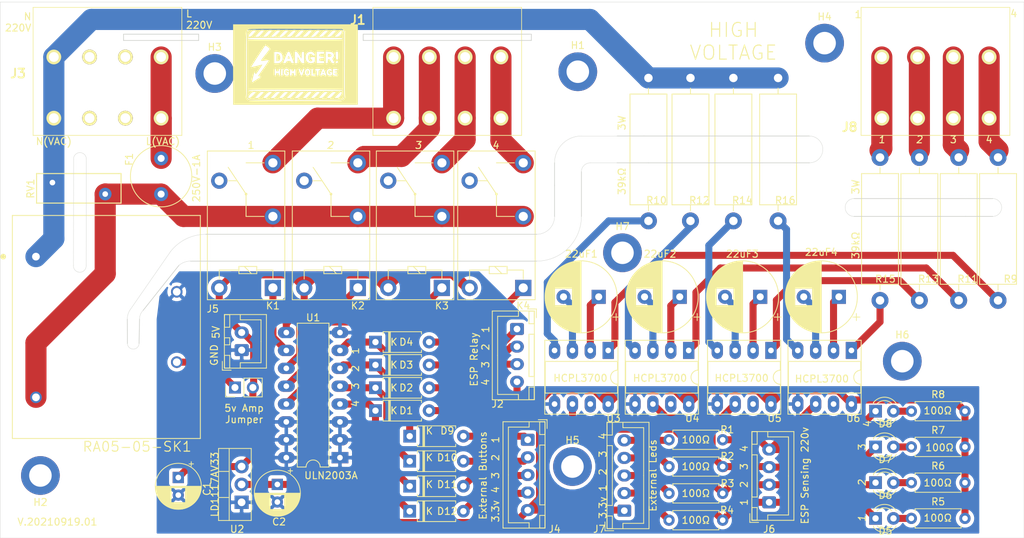
<source format=kicad_pcb>
(kicad_pcb (version 20171130) (host pcbnew "(5.1.6)-1")
  (layers (0 F.Cu signal) (31 B.Cu signal) (34 B.Paste user hide) (35 F.Paste user hide) (36 B.SilkS user) (37 F.SilkS user) (38 B.Mask user) (39 F.Mask user) (44 Edge.Cuts user))
  (net 0 "")
  (net 1 "220VAC(L)")
  (net 2 "220VAC(N)")
  (net 3 5V+)
  (net 4 3.3V+)
  (net 5 Sens4)
  (net 6 Sens3)
  (net 7 Sens2)
  (net 8 Sens1)
  (net 9 REO4)
  (net 10 REO3)
  (net 11 REO2)
  (net 12 REO1)
  (net 13 "Net-(22uF1-Pad2)")
  (net 14 "Net-(22uF1-Pad1)")
  (net 15 "Net-(22uF2-Pad2)")
  (net 16 "Net-(22uF2-Pad1)")
  (net 17 "Net-(22uF3-Pad2)")
  (net 18 "Net-(22uF3-Pad1)")
  (net 19 "Net-(22uF4-Pad2)")
  (net 20 "Net-(22uF4-Pad1)")
  (net 21 "GND(5V)")
  (net 22 REI1)
  (net 23 REI2)
  (net 24 REI3)
  (net 25 REI4)
  (net 26 "Net-(F1-Pad1)")
  (net 27 "Net-(R10-Pad2)")
  (net 28 EspSens1)
  (net 29 EspSens2)
  (net 30 EspSens3)
  (net 31 EspSens4)
  (net 32 EspRel1)
  (net 33 EspRel2)
  (net 34 EspRel3)
  (net 35 EspRel4)
  (net 36 "Net-(J7-Pad5)")
  (net 37 "Net-(J7-Pad4)")
  (net 38 "Net-(J7-Pad3)")
  (net 39 "Net-(J7-Pad2)")
  (net 40 "Net-(R9-Pad2)")
  (net 41 "Net-(D5-Pad2)")
  (net 42 "Net-(D6-Pad2)")
  (net 43 "Net-(D7-Pad2)")
  (net 44 "Net-(D8-Pad2)")
  (net 45 "Net-(R15-Pad2)")
  (net 46 "Net-(R16-Pad2)")
  (net 47 "Net-(R11-Pad1)")
  (net 48 "Net-(R12-Pad1)")
  (net 49 "Net-(R13-Pad2)")
  (net 50 "Net-(R14-Pad2)")
  (net 51 "Net-(D1-Pad2)")
  (net 52 "Net-(D2-Pad2)")
  (net 53 "Net-(D3-Pad2)")
  (net 54 "Net-(D4-Pad2)")
  (net 55 "Net-(D9-Pad2)")
  (net 56 "Net-(D10-Pad2)")
  (net 57 "Net-(D11-Pad2)")
  (net 58 "Net-(D12-Pad2)")
  (net 59 "Net-(H1-Pad1)")
  (net 60 "Net-(H2-Pad1)")
  (net 61 "Net-(H3-Pad1)")
  (net 62 "Net-(H4-Pad1)")
  (net 63 "Net-(H5-Pad1)")
  (net 64 "Net-(H6-Pad1)")
  (net 65 "Net-(J3-Pad3)")
  (net 66 "Net-(J3-Pad4)")
  (net 67 "Net-(J3-Pad5)")
  (net 68 "Net-(J3-Pad6)")
  (net 69 "Net-(K1-Pad4)")
  (net 70 "Net-(K2-Pad4)")
  (net 71 "Net-(K3-Pad4)")
  (net 72 "Net-(K4-Pad4)")
  (net 73 "Net-(U3-Pad7)")
  (net 74 "Net-(U4-Pad7)")
  (net 75 "Net-(U5-Pad7)")
  (net 76 "Net-(U6-Pad7)")
  (net 77 "Net-(H7-Pad1)")
  (net 78 "Net-(J9-Pad1)")
  (module Connector_PinHeader_2.54mm:PinHeader_1x02_P2.54mm_Vertical (layer F.Cu) (at 54.9402 66.2305 90)
    (fp_text reference Jumper-5vAmpMeter hide)
    (fp_text value Conn_01x02_Male hide)
    (pad 2 thru_hole oval (at 0 2.54 90) (size 1.7 1.7) (drill 1) (layers *.Cu *.Mask) (net 3 5V+))
    (pad 1 thru_hole rect (at 0 0 90) (size 1.7 1.7) (drill 1) (layers *.Cu *.Mask) (net 78 "Net-(J9-Pad1)"))
  )
  (module MountingHole:MountingHole_3.2mm_M3_ISO14580_Pad (layer F.Cu) (at 109.97692 47.0789)
    (fp_text reference H7 (at 0 -3.75) (layer F.SilkS))
    (fp_text value MountingHole_Pad)
    (pad 1 thru_hole circle (at 0 0) (size 5.5 5.5) (drill 3.2) (layers *.Cu *.Mask) (net 77 "Net-(H7-Pad1)"))
  )
  (module Capacitor_THT:CP_Radial_D6.3mm_P2.50mm (layer F.Cu) (at 60.96 80.01 270)
    (fp_text reference C2 (at 5.31368 -0.23876 180) (layer F.SilkS))
    (fp_text value 100uF)
    (pad 2 thru_hole circle (at 2.5 0 270) (size 1.6 1.6) (drill 0.8) (layers *.Cu *.Mask) (net 21 "GND(5V)"))
    (pad 1 thru_hole rect (at 0 0 270) (size 1.6 1.6) (drill 0.8) (layers *.Cu *.Mask) (net 4 3.3V+))
  )
  (module Capacitor_THT:CP_Radial_D6.3mm_P2.50mm (layer F.Cu) (at 46.8884 79.02448 270)
    (fp_text reference C1 (at 1.61354 -4.0767 90) (layer F.SilkS))
    (fp_text value 100uF)
    (pad 2 thru_hole circle (at 2.5 0 270) (size 1.6 1.6) (drill 0.8) (layers *.Cu *.Mask) (net 21 "GND(5V)"))
    (pad 1 thru_hole rect (at 0 0 270) (size 1.6 1.6) (drill 0.8) (layers *.Cu *.Mask) (net 3 5V+))
  )
  (module icons:danger1_negative (layer F.Cu) (at 63.5 20.32)
    (fp_text reference G*** hide)
    (fp_text value LOGO hide)
  )
  (module Diode_THT:D_A-405_P7.62mm_Horizontal (layer F.Cu) (at 79.756 83.82)
    (fp_text reference D12 (at 5.334 0) (layer F.SilkS))
    (fp_text value D)
    (fp_text user K (at 2.794 0) (layer F.SilkS))
    (pad 2 thru_hole oval (at 7.62 0) (size 1.8 1.8) (drill 0.9) (layers *.Cu *.Mask) (net 58 "Net-(D12-Pad2)"))
    (pad 1 thru_hole rect (at 0 0) (size 1.8 1.8) (drill 0.9) (layers *.Cu *.Mask) (net 32 EspRel1))
  )
  (module Diode_THT:D_A-405_P7.62mm_Horizontal (layer F.Cu) (at 79.756 80.264)
    (fp_text reference D11 (at 5.334 -0.254) (layer F.SilkS))
    (fp_text value D)
    (fp_text user K (at 2.794 -0.254) (layer F.SilkS))
    (pad 2 thru_hole oval (at 7.62 0) (size 1.8 1.8) (drill 0.9) (layers *.Cu *.Mask) (net 57 "Net-(D11-Pad2)"))
    (pad 1 thru_hole rect (at 0 0) (size 1.8 1.8) (drill 0.9) (layers *.Cu *.Mask) (net 33 EspRel2))
  )
  (module Diode_THT:D_A-405_P7.62mm_Horizontal (layer F.Cu) (at 79.756 76.708)
    (fp_text reference D10 (at 5.334 -0.508) (layer F.SilkS))
    (fp_text value D)
    (fp_text user K (at 2.794 -0.508) (layer F.SilkS))
    (pad 2 thru_hole oval (at 7.62 0) (size 1.8 1.8) (drill 0.9) (layers *.Cu *.Mask) (net 56 "Net-(D10-Pad2)"))
    (pad 1 thru_hole rect (at 0 0) (size 1.8 1.8) (drill 0.9) (layers *.Cu *.Mask) (net 34 EspRel3))
  )
  (module Diode_THT:D_A-405_P7.62mm_Horizontal (layer F.Cu) (at 79.756 73.152)
    (fp_text reference D9 (at 5.334 -0.762) (layer F.SilkS))
    (fp_text value D)
    (fp_text user K (at 2.794 -0.762) (layer F.SilkS))
    (pad 2 thru_hole oval (at 7.62 0) (size 1.8 1.8) (drill 0.9) (layers *.Cu *.Mask) (net 55 "Net-(D9-Pad2)"))
    (pad 1 thru_hole rect (at 0 0) (size 1.8 1.8) (drill 0.9) (layers *.Cu *.Mask) (net 35 EspRel4))
  )
  (module Diode_THT:D_A-405_P7.62mm_Horizontal (layer F.Cu) (at 74.894 59.77)
    (fp_text reference D4 (at 4.37 0) (layer F.SilkS))
    (fp_text value D)
    (fp_text user K (at 2.62 0) (layer F.SilkS))
    (pad 2 thru_hole oval (at 7.62 0) (size 1.8 1.8) (drill 0.9) (layers *.Cu *.Mask) (net 54 "Net-(D4-Pad2)"))
    (pad 1 thru_hole rect (at 0 0) (size 1.8 1.8) (drill 0.9) (layers *.Cu *.Mask) (net 35 EspRel4))
  )
  (module Diode_THT:D_A-405_P7.62mm_Horizontal (layer F.Cu) (at 74.894 63.02)
    (fp_text reference D3 (at 4.37 0) (layer F.SilkS))
    (fp_text value D)
    (fp_text user K (at 2.62 0) (layer F.SilkS))
    (pad 2 thru_hole oval (at 7.62 0) (size 1.8 1.8) (drill 0.9) (layers *.Cu *.Mask) (net 53 "Net-(D3-Pad2)"))
    (pad 1 thru_hole rect (at 0 0) (size 1.8 1.8) (drill 0.9) (layers *.Cu *.Mask) (net 34 EspRel3))
  )
  (module Diode_THT:D_A-405_P7.62mm_Horizontal (layer F.Cu) (at 74.894 66.27)
    (fp_text reference D2 (at 4.37 0) (layer F.SilkS))
    (fp_text value D)
    (fp_text user K (at 2.62 0) (layer F.SilkS))
    (pad 2 thru_hole oval (at 7.62 0) (size 1.8 1.8) (drill 0.9) (layers *.Cu *.Mask) (net 52 "Net-(D2-Pad2)"))
    (pad 1 thru_hole rect (at 0 0) (size 1.8 1.8) (drill 0.9) (layers *.Cu *.Mask) (net 33 EspRel2))
  )
  (module Diode_THT:D_A-405_P7.62mm_Horizontal (layer F.Cu) (at 74.894 69.52)
    (fp_text reference D1 (at 4.37 0) (layer F.SilkS))
    (fp_text value D)
    (fp_text user K (at 2.62 0) (layer F.SilkS))
    (pad 2 thru_hole oval (at 7.62 0) (size 1.8 1.8) (drill 0.9) (layers *.Cu *.Mask) (net 51 "Net-(D1-Pad2)"))
    (pad 1 thru_hole rect (at 0 0) (size 1.8 1.8) (drill 0.9) (layers *.Cu *.Mask) (net 32 EspRel1))
  )
  (module Varistor:RV_Disc_D12mm_W4.2mm_P7.5mm (layer F.Cu) (at 29.01 37.09667)
    (fp_text reference RV1 (at -3.09 0.86333 90) (layer F.SilkS))
    (fp_text value Varistor250v)
    (pad 2 thru_hole circle (at 7.5 1.63333) (size 1.8 1.8) (drill 0.8) (layers *.Cu *.Mask) (net 1 "220VAC(L)"))
    (pad 1 thru_hole circle (at 0 0) (size 1.8 1.8) (drill 0.8) (layers *.Cu *.Mask) (net 2 "220VAC(N)"))
  )
  (module Phoenix_Conn:1017505 (layer F.Cu) (at 44.45 27.94 180)
    (fp_text reference J3 (at 20.32 6.35) (layer F.SilkS) (effects (font (size 1.27 1.27) (thickness 0.254))))
    (fp_text value 1017505 hide)
    (pad 1 thru_hole circle (at 0 0 270) (size 2.1 2.1) (drill 1.4) (layers *.Cu *.Mask F.SilkS) (net 26 "Net-(F1-Pad1)"))
    (pad 2 thru_hole circle (at 0 8.7 270) (size 2.1 2.1) (drill 1.4) (layers *.Cu *.Mask F.SilkS) (net 26 "Net-(F1-Pad1)"))
    (pad 3 thru_hole circle (at 5.08 0 270) (size 2.1 2.1) (drill 1.4) (layers *.Cu *.Mask F.SilkS) (net 65 "Net-(J3-Pad3)"))
    (pad 4 thru_hole circle (at 5.08 8.7 270) (size 2.1 2.1) (drill 1.4) (layers *.Cu *.Mask F.SilkS) (net 66 "Net-(J3-Pad4)"))
    (pad 5 thru_hole circle (at 10.16 0 270) (size 2.1 2.1) (drill 1.4) (layers *.Cu *.Mask F.SilkS) (net 67 "Net-(J3-Pad5)"))
    (pad 6 thru_hole circle (at 10.16 8.7 270) (size 2.1 2.1) (drill 1.4) (layers *.Cu *.Mask F.SilkS) (net 68 "Net-(J3-Pad6)"))
    (pad 7 thru_hole circle (at 15.24 0 270) (size 2.1 2.1) (drill 1.4) (layers *.Cu *.Mask F.SilkS) (net 2 "220VAC(N)"))
    (pad 8 thru_hole circle (at 15.24 8.7 270) (size 2.1 2.1) (drill 1.4) (layers *.Cu *.Mask F.SilkS) (net 2 "220VAC(N)"))
  )
  (module MountingHole:MountingHole_3.2mm_M3_ISO14580_Pad (layer F.Cu) (at 52.07 21.59)
    (fp_text reference H3 (at 0 -3.75) (layer F.SilkS))
    (fp_text value MountingHole_Pad)
    (pad 1 thru_hole circle (at 0 0) (size 5.5 5.5) (drill 3.2) (layers *.Cu *.Mask) (net 61 "Net-(H3-Pad1)"))
  )
  (module Relay_THT:Relay_SPDT_Omron-G5Q-1 (layer F.Cu) (at 84.328 52.07 90)
    (fp_text reference K3 (at -2.54 0) (layer F.SilkS))
    (fp_text value G5Q-1)
    (pad 1 thru_hole rect (at 0 0 270) (size 2.3 2.3) (drill 1.3) (layers *.Cu *.Mask) (net 24 REI3))
    (pad 2 thru_hole circle (at 10.16 0 270) (size 2.3 2.3) (drill 1.3) (layers *.Cu *.Mask) (net 1 "220VAC(L)"))
    (pad 3 thru_hole circle (at 17.78 0 270) (size 2.3 2.3) (drill 1.3) (layers *.Cu *.Mask) (net 10 REO3))
    (pad 4 thru_hole circle (at 15.24 -7.62 270) (size 2.3 2.3) (drill 1.3) (layers *.Cu *.Mask) (net 71 "Net-(K3-Pad4)"))
    (pad 5 thru_hole circle (at 0 -7.62 270) (size 2.3 2.3) (drill 1.3) (layers *.Cu *.Mask) (net 3 5V+))
  )
  (module Resistor_THT:R_Axial_DIN0516_L15.5mm_D5.0mm_P20.32mm_Horizontal (layer F.Cu) (at 132.08 22.225 270)
    (fp_text reference R16 (at 17.399 -1.016 180) (layer F.SilkS))
    (fp_text value 39k2w)
    (pad 2 thru_hole oval (at 20.32 0 270) (size 2.4 2.4) (drill 1.2) (layers *.Cu *.Mask) (net 46 "Net-(R16-Pad2)"))
    (pad 1 thru_hole circle (at 0 0 270) (size 2.4 2.4) (drill 1.2) (layers *.Cu *.Mask) (net 2 "220VAC(N)"))
  )
  (module Resistor_THT:R_Axial_DIN0516_L15.5mm_D5.0mm_P20.32mm_Horizontal (layer F.Cu) (at 125.73 22.225 270)
    (fp_text reference R14 (at 17.399 -1.27 180) (layer F.SilkS))
    (fp_text value 39k2w)
    (pad 2 thru_hole oval (at 20.32 0 270) (size 2.4 2.4) (drill 1.2) (layers *.Cu *.Mask) (net 50 "Net-(R14-Pad2)"))
    (pad 1 thru_hole circle (at 0 0 270) (size 2.4 2.4) (drill 1.2) (layers *.Cu *.Mask) (net 2 "220VAC(N)"))
  )
  (module Capacitor_THT:CP_Radial_D10.0mm_P5.00mm (layer F.Cu) (at 118.11 53.34 180)
    (fp_text reference 22uF2 (at 2.794 6.096) (layer F.SilkS))
    (fp_text value CP_Small)
    (pad 2 thru_hole circle (at 5 0 180) (size 2 2) (drill 1) (layers *.Cu *.Mask) (net 15 "Net-(22uF2-Pad2)"))
    (pad 1 thru_hole rect (at 0 0 180) (size 2 2) (drill 1) (layers *.Cu *.Mask) (net 16 "Net-(22uF2-Pad1)"))
  )
  (module Capacitor_THT:CP_Radial_D10.0mm_P5.00mm (layer F.Cu) (at 129.54 53.34 180)
    (fp_text reference 22uF3 (at 2.54 6.096) (layer F.SilkS))
    (fp_text value CP_Small)
    (pad 2 thru_hole circle (at 5 0 180) (size 2 2) (drill 1) (layers *.Cu *.Mask) (net 17 "Net-(22uF3-Pad2)"))
    (pad 1 thru_hole rect (at 0 0 180) (size 2 2) (drill 1) (layers *.Cu *.Mask) (net 18 "Net-(22uF3-Pad1)"))
  )
  (module Package_DIP:DIP-16_W7.62mm_LongPads (layer F.Cu) (at 69.85 76.2 180)
    (fp_text reference U1 (at 3.81 19.9) (layer F.SilkS))
    (fp_text value ULN2003A)
    (pad 1 thru_hole rect (at 0 0 180) (size 2.4 1.6) (drill 0.8) (layers *.Cu *.Mask) (net 21 "GND(5V)"))
    (pad 9 thru_hole oval (at 7.62 17.78 180) (size 2.4 1.6) (drill 0.8) (layers *.Cu *.Mask) (net 3 5V+))
    (pad 2 thru_hole oval (at 0 2.54 180) (size 2.4 1.6) (drill 0.8) (layers *.Cu *.Mask) (net 21 "GND(5V)"))
    (pad 10 thru_hole oval (at 7.62 15.24 180) (size 2.4 1.6) (drill 0.8) (layers *.Cu *.Mask) (net 22 REI1))
    (pad 3 thru_hole oval (at 0 5.08 180) (size 2.4 1.6) (drill 0.8) (layers *.Cu *.Mask) (net 21 "GND(5V)"))
    (pad 11 thru_hole oval (at 7.62 12.7 180) (size 2.4 1.6) (drill 0.8) (layers *.Cu *.Mask) (net 23 REI2))
    (pad 4 thru_hole oval (at 0 7.62 180) (size 2.4 1.6) (drill 0.8) (layers *.Cu *.Mask) (net 32 EspRel1))
    (pad 12 thru_hole oval (at 7.62 10.16 180) (size 2.4 1.6) (drill 0.8) (layers *.Cu *.Mask) (net 24 REI3))
    (pad 5 thru_hole oval (at 0 10.16 180) (size 2.4 1.6) (drill 0.8) (layers *.Cu *.Mask) (net 33 EspRel2))
    (pad 13 thru_hole oval (at 7.62 7.62 180) (size 2.4 1.6) (drill 0.8) (layers *.Cu *.Mask) (net 25 REI4))
    (pad 6 thru_hole oval (at 0 12.7 180) (size 2.4 1.6) (drill 0.8) (layers *.Cu *.Mask) (net 34 EspRel3))
    (pad 14 thru_hole oval (at 7.62 5.08 180) (size 2.4 1.6) (drill 0.8) (layers *.Cu *.Mask) (net 21 "GND(5V)"))
    (pad 7 thru_hole oval (at 0 15.24 180) (size 2.4 1.6) (drill 0.8) (layers *.Cu *.Mask) (net 35 EspRel4))
    (pad 15 thru_hole oval (at 7.62 2.54 180) (size 2.4 1.6) (drill 0.8) (layers *.Cu *.Mask) (net 21 "GND(5V)"))
    (pad 8 thru_hole oval (at 0 17.78 180) (size 2.4 1.6) (drill 0.8) (layers *.Cu *.Mask) (net 21 "GND(5V)"))
    (pad 16 thru_hole oval (at 7.62 0 180) (size 2.4 1.6) (drill 0.8) (layers *.Cu *.Mask) (net 21 "GND(5V)"))
  )
  (module Connector_JST:JST_XH_B4B-XH-A_1x04_P2.50mm_Vertical (layer F.Cu) (at 94.996 57.912 270)
    (fp_text reference J2 (at 10.668 2.75 180) (layer F.SilkS))
    (fp_text value Conn-ESP-Relays)
    (pad 4 thru_hole oval (at 7.5 0 270) (size 1.7 1.95) (drill 0.95) (layers *.Cu *.Mask) (net 51 "Net-(D1-Pad2)"))
    (pad 3 thru_hole oval (at 5 0 270) (size 1.7 1.95) (drill 0.95) (layers *.Cu *.Mask) (net 52 "Net-(D2-Pad2)"))
    (pad 2 thru_hole oval (at 2.5 0 270) (size 1.7 1.95) (drill 0.95) (layers *.Cu *.Mask) (net 53 "Net-(D3-Pad2)"))
    (pad 1 thru_hole roundrect (at 0 0 270) (size 1.7 1.95) (drill 0.95) (layers *.Cu *.Mask) (roundrect_rratio 0.147059) (net 54 "Net-(D4-Pad2)"))
  )
  (module Connector_JST:JST_XH_B5B-XH-A_1x05_P2.50mm_Vertical (layer F.Cu) (at 110.236 83.74 90)
    (fp_text reference J7 (at -2.62 -3.556 180) (layer F.SilkS))
    (fp_text value Conn-LedIndicators)
    (pad 5 thru_hole oval (at 10 0 90) (size 1.7 1.95) (drill 0.95) (layers *.Cu *.Mask) (net 36 "Net-(J7-Pad5)"))
    (pad 4 thru_hole oval (at 7.5 0 90) (size 1.7 1.95) (drill 0.95) (layers *.Cu *.Mask) (net 37 "Net-(J7-Pad4)"))
    (pad 3 thru_hole oval (at 5 0 90) (size 1.7 1.95) (drill 0.95) (layers *.Cu *.Mask) (net 38 "Net-(J7-Pad3)"))
    (pad 2 thru_hole oval (at 2.5 0 90) (size 1.7 1.95) (drill 0.95) (layers *.Cu *.Mask) (net 39 "Net-(J7-Pad2)"))
    (pad 1 thru_hole roundrect (at 0 0 90) (size 1.7 1.95) (drill 0.95) (layers *.Cu *.Mask) (roundrect_rratio 0.147059) (net 4 3.3V+))
  )
  (module Package_DIP:DIP-8_W7.62mm_Socket_LongPads (layer F.Cu) (at 119.38 60.96 270)
    (fp_text reference U4 (at 9.652 -0.508 180) (layer F.SilkS))
    (fp_text value HCPL3700)
    (pad 1 thru_hole rect (at 0 0 270) (size 2.4 1.6) (drill 0.8) (layers *.Cu *.Mask) (net 47 "Net-(R11-Pad1)"))
    (pad 5 thru_hole oval (at 7.62 7.62 270) (size 2.4 1.6) (drill 0.8) (layers *.Cu *.Mask) (net 21 "GND(5V)"))
    (pad 2 thru_hole oval (at 0 2.54 270) (size 2.4 1.6) (drill 0.8) (layers *.Cu *.Mask) (net 16 "Net-(22uF2-Pad1)"))
    (pad 6 thru_hole oval (at 7.62 5.08 270) (size 2.4 1.6) (drill 0.8) (layers *.Cu *.Mask) (net 30 EspSens3))
    (pad 3 thru_hole oval (at 0 5.08 270) (size 2.4 1.6) (drill 0.8) (layers *.Cu *.Mask) (net 15 "Net-(22uF2-Pad2)"))
    (pad 7 thru_hole oval (at 7.62 2.54 270) (size 2.4 1.6) (drill 0.8) (layers *.Cu *.Mask) (net 74 "Net-(U4-Pad7)"))
    (pad 4 thru_hole oval (at 0 7.62 270) (size 2.4 1.6) (drill 0.8) (layers *.Cu *.Mask) (net 48 "Net-(R12-Pad1)"))
    (pad 8 thru_hole oval (at 7.62 0 270) (size 2.4 1.6) (drill 0.8) (layers *.Cu *.Mask) (net 4 3.3V+))
  )
  (module Package_DIP:DIP-8_W7.62mm_Socket_LongPads (layer F.Cu) (at 142.494 60.96 270)
    (fp_text reference U6 (at 9.652 -0.254 180) (layer F.SilkS))
    (fp_text value HCPL3700)
    (pad 1 thru_hole rect (at 0 0 270) (size 2.4 1.6) (drill 0.8) (layers *.Cu *.Mask) (net 45 "Net-(R15-Pad2)"))
    (pad 5 thru_hole oval (at 7.62 7.62 270) (size 2.4 1.6) (drill 0.8) (layers *.Cu *.Mask) (net 21 "GND(5V)"))
    (pad 2 thru_hole oval (at 0 2.54 270) (size 2.4 1.6) (drill 0.8) (layers *.Cu *.Mask) (net 20 "Net-(22uF4-Pad1)"))
    (pad 6 thru_hole oval (at 7.62 5.08 270) (size 2.4 1.6) (drill 0.8) (layers *.Cu *.Mask) (net 28 EspSens1))
    (pad 3 thru_hole oval (at 0 5.08 270) (size 2.4 1.6) (drill 0.8) (layers *.Cu *.Mask) (net 19 "Net-(22uF4-Pad2)"))
    (pad 7 thru_hole oval (at 7.62 2.54 270) (size 2.4 1.6) (drill 0.8) (layers *.Cu *.Mask) (net 76 "Net-(U6-Pad7)"))
    (pad 4 thru_hole oval (at 0 7.62 270) (size 2.4 1.6) (drill 0.8) (layers *.Cu *.Mask) (net 46 "Net-(R16-Pad2)"))
    (pad 8 thru_hole oval (at 7.62 0 270) (size 2.4 1.6) (drill 0.8) (layers *.Cu *.Mask) (net 4 3.3V+))
  )
  (module Package_DIP:DIP-8_W7.62mm_Socket_LongPads (layer F.Cu) (at 131.064 60.96 270)
    (fp_text reference U5 (at 9.652 -0.508 180) (layer F.SilkS))
    (fp_text value HCPL3700)
    (pad 1 thru_hole rect (at 0 0 270) (size 2.4 1.6) (drill 0.8) (layers *.Cu *.Mask) (net 49 "Net-(R13-Pad2)"))
    (pad 5 thru_hole oval (at 7.62 7.62 270) (size 2.4 1.6) (drill 0.8) (layers *.Cu *.Mask) (net 21 "GND(5V)"))
    (pad 2 thru_hole oval (at 0 2.54 270) (size 2.4 1.6) (drill 0.8) (layers *.Cu *.Mask) (net 18 "Net-(22uF3-Pad1)"))
    (pad 6 thru_hole oval (at 7.62 5.08 270) (size 2.4 1.6) (drill 0.8) (layers *.Cu *.Mask) (net 29 EspSens2))
    (pad 3 thru_hole oval (at 0 5.08 270) (size 2.4 1.6) (drill 0.8) (layers *.Cu *.Mask) (net 17 "Net-(22uF3-Pad2)"))
    (pad 7 thru_hole oval (at 7.62 2.54 270) (size 2.4 1.6) (drill 0.8) (layers *.Cu *.Mask) (net 75 "Net-(U5-Pad7)"))
    (pad 4 thru_hole oval (at 0 7.62 270) (size 2.4 1.6) (drill 0.8) (layers *.Cu *.Mask) (net 50 "Net-(R14-Pad2)"))
    (pad 8 thru_hole oval (at 7.62 0 270) (size 2.4 1.6) (drill 0.8) (layers *.Cu *.Mask) (net 4 3.3V+))
  )
  (module Package_DIP:DIP-8_W7.62mm_Socket_LongPads (layer F.Cu) (at 107.95 60.96 270)
    (fp_text reference U3 (at 9.652 -0.762 180) (layer F.SilkS))
    (fp_text value HCPL3700)
    (pad 1 thru_hole rect (at 0 0 270) (size 2.4 1.6) (drill 0.8) (layers *.Cu *.Mask) (net 40 "Net-(R9-Pad2)"))
    (pad 5 thru_hole oval (at 7.62 7.62 270) (size 2.4 1.6) (drill 0.8) (layers *.Cu *.Mask) (net 21 "GND(5V)"))
    (pad 2 thru_hole oval (at 0 2.54 270) (size 2.4 1.6) (drill 0.8) (layers *.Cu *.Mask) (net 14 "Net-(22uF1-Pad1)"))
    (pad 6 thru_hole oval (at 7.62 5.08 270) (size 2.4 1.6) (drill 0.8) (layers *.Cu *.Mask) (net 31 EspSens4))
    (pad 3 thru_hole oval (at 0 5.08 270) (size 2.4 1.6) (drill 0.8) (layers *.Cu *.Mask) (net 13 "Net-(22uF1-Pad2)"))
    (pad 7 thru_hole oval (at 7.62 2.54 270) (size 2.4 1.6) (drill 0.8) (layers *.Cu *.Mask) (net 73 "Net-(U3-Pad7)"))
    (pad 4 thru_hole oval (at 0 7.62 270) (size 2.4 1.6) (drill 0.8) (layers *.Cu *.Mask) (net 27 "Net-(R10-Pad2)"))
    (pad 8 thru_hole oval (at 7.62 0 270) (size 2.4 1.6) (drill 0.8) (layers *.Cu *.Mask) (net 4 3.3V+))
  )
  (module Package_TO_SOT_THT:TO-220-3_Vertical (layer F.Cu) (at 55.88 82.55 90)
    (fp_text reference U2 (at -3.81 -0.635 180) (layer F.SilkS))
    (fp_text value LD1117S33TR_SOT223)
    (pad 3 thru_hole oval (at 5.08 0 90) (size 1.905 2) (drill 1.1) (layers *.Cu *.Mask) (net 3 5V+))
    (pad 2 thru_hole oval (at 2.54 0 90) (size 1.905 2) (drill 1.1) (layers *.Cu *.Mask) (net 4 3.3V+))
    (pad 1 thru_hole rect (at 0 0 90) (size 1.905 2) (drill 1.1) (layers *.Cu *.Mask) (net 21 "GND(5V)"))
  )
  (module Resistor_THT:R_Axial_DIN0207_L6.3mm_D2.5mm_P7.62mm_Horizontal (layer F.Cu) (at 151.003 84.836)
    (fp_text reference R5 (at 3.81 -2.37) (layer F.SilkS))
    (fp_text value 100)
    (pad 2 thru_hole oval (at 7.62 0) (size 1.6 1.6) (drill 0.8) (layers *.Cu *.Mask) (net 4 3.3V+))
    (pad 1 thru_hole circle (at 0 0) (size 1.6 1.6) (drill 0.8) (layers *.Cu *.Mask) (net 41 "Net-(D5-Pad2)"))
  )
  (module Resistor_THT:R_Axial_DIN0207_L6.3mm_D2.5mm_P7.62mm_Horizontal (layer F.Cu) (at 151.003 79.756)
    (fp_text reference R6 (at 3.81 -2.37) (layer F.SilkS))
    (fp_text value 100)
    (pad 2 thru_hole oval (at 7.62 0) (size 1.6 1.6) (drill 0.8) (layers *.Cu *.Mask) (net 4 3.3V+))
    (pad 1 thru_hole circle (at 0 0) (size 1.6 1.6) (drill 0.8) (layers *.Cu *.Mask) (net 42 "Net-(D6-Pad2)"))
  )
  (module Resistor_THT:R_Axial_DIN0207_L6.3mm_D2.5mm_P7.62mm_Horizontal (layer F.Cu) (at 151.003 74.676)
    (fp_text reference R7 (at 3.81 -2.37) (layer F.SilkS))
    (fp_text value 100)
    (pad 2 thru_hole oval (at 7.62 0) (size 1.6 1.6) (drill 0.8) (layers *.Cu *.Mask) (net 4 3.3V+))
    (pad 1 thru_hole circle (at 0 0) (size 1.6 1.6) (drill 0.8) (layers *.Cu *.Mask) (net 43 "Net-(D7-Pad2)"))
  )
  (module Resistor_THT:R_Axial_DIN0207_L6.3mm_D2.5mm_P7.62mm_Horizontal (layer F.Cu) (at 124.206 85.09 180)
    (fp_text reference R4 (at -0.61468 1.42494) (layer F.SilkS))
    (fp_text value 100)
    (pad 2 thru_hole oval (at 7.62 0 180) (size 1.6 1.6) (drill 0.8) (layers *.Cu *.Mask) (net 39 "Net-(J7-Pad2)"))
    (pad 1 thru_hole circle (at 0 0 180) (size 1.6 1.6) (drill 0.8) (layers *.Cu *.Mask) (net 31 EspSens4))
  )
  (module Resistor_THT:R_Axial_DIN0207_L6.3mm_D2.5mm_P7.62mm_Horizontal (layer F.Cu) (at 124.206 81.28 180)
    (fp_text reference R3 (at -0.68326 1.41224) (layer F.SilkS))
    (fp_text value 100)
    (pad 2 thru_hole oval (at 7.62 0 180) (size 1.6 1.6) (drill 0.8) (layers *.Cu *.Mask) (net 38 "Net-(J7-Pad3)"))
    (pad 1 thru_hole circle (at 0 0 180) (size 1.6 1.6) (drill 0.8) (layers *.Cu *.Mask) (net 30 EspSens3))
  )
  (module Resistor_THT:R_Axial_DIN0207_L6.3mm_D2.5mm_P7.62mm_Horizontal (layer F.Cu) (at 124.206 77.47 180)
    (fp_text reference R2 (at -0.66548 1.46812) (layer F.SilkS))
    (fp_text value 100)
    (pad 2 thru_hole oval (at 7.62 0 180) (size 1.6 1.6) (drill 0.8) (layers *.Cu *.Mask) (net 37 "Net-(J7-Pad4)"))
    (pad 1 thru_hole circle (at 0 0 180) (size 1.6 1.6) (drill 0.8) (layers *.Cu *.Mask) (net 29 EspSens2))
  )
  (module Resistor_THT:R_Axial_DIN0207_L6.3mm_D2.5mm_P7.62mm_Horizontal (layer F.Cu) (at 124.206 73.66 180)
    (fp_text reference R1 (at -0.6477 1.43764) (layer F.SilkS))
    (fp_text value 100)
    (pad 2 thru_hole oval (at 7.62 0 180) (size 1.6 1.6) (drill 0.8) (layers *.Cu *.Mask) (net 36 "Net-(J7-Pad5)"))
    (pad 1 thru_hole circle (at 0 0 180) (size 1.6 1.6) (drill 0.8) (layers *.Cu *.Mask) (net 28 EspSens1))
  )
  (module Resistor_THT:R_Axial_DIN0207_L6.3mm_D2.5mm_P7.62mm_Horizontal (layer F.Cu) (at 151.003 69.596)
    (fp_text reference R8 (at 3.81 -2.37) (layer F.SilkS))
    (fp_text value 100)
    (pad 2 thru_hole oval (at 7.62 0) (size 1.6 1.6) (drill 0.8) (layers *.Cu *.Mask) (net 4 3.3V+))
    (pad 1 thru_hole circle (at 0 0) (size 1.6 1.6) (drill 0.8) (layers *.Cu *.Mask) (net 44 "Net-(D8-Pad2)"))
  )
  (module Connector_JST:JST_XH_B5B-XH-A_1x05_P2.50mm_Vertical (layer F.Cu) (at 96.52 73.66 270)
    (fp_text reference J4 (at 12.7 -3.81 180) (layer F.SilkS))
    (fp_text value Conn-Buttons)
    (pad 5 thru_hole oval (at 10 0 270) (size 1.7 1.95) (drill 0.95) (layers *.Cu *.Mask) (net 4 3.3V+))
    (pad 4 thru_hole oval (at 7.5 0 270) (size 1.7 1.95) (drill 0.95) (layers *.Cu *.Mask) (net 58 "Net-(D12-Pad2)"))
    (pad 3 thru_hole oval (at 5 0 270) (size 1.7 1.95) (drill 0.95) (layers *.Cu *.Mask) (net 57 "Net-(D11-Pad2)"))
    (pad 2 thru_hole oval (at 2.5 0 270) (size 1.7 1.95) (drill 0.95) (layers *.Cu *.Mask) (net 56 "Net-(D10-Pad2)"))
    (pad 1 thru_hole roundrect (at 0 0 270) (size 1.7 1.95) (drill 0.95) (layers *.Cu *.Mask) (roundrect_rratio 0.147059) (net 55 "Net-(D9-Pad2)"))
  )
  (module LED_THT:LED_D3.0mm (layer F.Cu) (at 145.923 84.836)
    (fp_text reference D5 (at 1.397 1.778) (layer F.SilkS))
    (fp_text value LED)
    (pad 2 thru_hole circle (at 2.54 0) (size 1.8 1.8) (drill 0.9) (layers *.Cu *.Mask) (net 41 "Net-(D5-Pad2)"))
    (pad 1 thru_hole rect (at 0 0) (size 1.8 1.8) (drill 0.9) (layers *.Cu *.Mask) (net 31 EspSens4))
  )
  (module LED_THT:LED_D3.0mm (layer F.Cu) (at 145.923 79.756)
    (fp_text reference D6 (at 1.397 1.778) (layer F.SilkS))
    (fp_text value LED)
    (pad 2 thru_hole circle (at 2.54 0) (size 1.8 1.8) (drill 0.9) (layers *.Cu *.Mask) (net 42 "Net-(D6-Pad2)"))
    (pad 1 thru_hole rect (at 0 0) (size 1.8 1.8) (drill 0.9) (layers *.Cu *.Mask) (net 30 EspSens3))
  )
  (module LED_THT:LED_D3.0mm (layer F.Cu) (at 145.923 74.676)
    (fp_text reference D7 (at 1.397 1.778) (layer F.SilkS))
    (fp_text value LED)
    (pad 2 thru_hole circle (at 2.54 0) (size 1.8 1.8) (drill 0.9) (layers *.Cu *.Mask) (net 43 "Net-(D7-Pad2)"))
    (pad 1 thru_hole rect (at 0 0) (size 1.8 1.8) (drill 0.9) (layers *.Cu *.Mask) (net 29 EspSens2))
  )
  (module LED_THT:LED_D3.0mm (layer F.Cu) (at 145.923 69.596)
    (fp_text reference D8 (at 1.397 1.778) (layer F.SilkS))
    (fp_text value LED)
    (pad 2 thru_hole circle (at 2.54 0) (size 1.8 1.8) (drill 0.9) (layers *.Cu *.Mask) (net 44 "Net-(D8-Pad2)"))
    (pad 1 thru_hole rect (at 0 0) (size 1.8 1.8) (drill 0.9) (layers *.Cu *.Mask) (net 28 EspSens1))
  )
  (module Capacitor_THT:CP_Radial_D10.0mm_P5.00mm (layer F.Cu) (at 140.716 53.34 180)
    (fp_text reference 22uF4 (at 2.5 6.35) (layer F.SilkS))
    (fp_text value CP_Small)
    (pad 2 thru_hole circle (at 5 0 180) (size 2 2) (drill 1) (layers *.Cu *.Mask) (net 19 "Net-(22uF4-Pad2)"))
    (pad 1 thru_hole rect (at 0 0 180) (size 2 2) (drill 1) (layers *.Cu *.Mask) (net 20 "Net-(22uF4-Pad1)"))
  )
  (module Capacitor_THT:CP_Radial_D10.0mm_P5.00mm (layer F.Cu) (at 106.6 53.34 180)
    (fp_text reference 22uF1 (at 2.46 6.096) (layer F.SilkS))
    (fp_text value CP_Small)
    (pad 2 thru_hole circle (at 5 0 180) (size 2 2) (drill 1) (layers *.Cu *.Mask) (net 13 "Net-(22uF1-Pad2)"))
    (pad 1 thru_hole rect (at 0 0 180) (size 2 2) (drill 1) (layers *.Cu *.Mask) (net 14 "Net-(22uF1-Pad1)"))
  )
  (module Connector_JST:JST_XH_B4B-XH-A_1x04_P2.50mm_Vertical (layer F.Cu) (at 130.81 82.55 90)
    (fp_text reference J6 (at -3.81 0 180) (layer F.SilkS))
    (fp_text value Conn-Esp-Sensors)
    (pad 4 thru_hole oval (at 7.5 0 90) (size 1.7 1.95) (drill 0.95) (layers *.Cu *.Mask) (net 28 EspSens1))
    (pad 3 thru_hole oval (at 5 0 90) (size 1.7 1.95) (drill 0.95) (layers *.Cu *.Mask) (net 29 EspSens2))
    (pad 2 thru_hole oval (at 2.5 0 90) (size 1.7 1.95) (drill 0.95) (layers *.Cu *.Mask) (net 30 EspSens3))
    (pad 1 thru_hole roundrect (at 0 0 90) (size 1.7 1.95) (drill 0.95) (layers *.Cu *.Mask) (roundrect_rratio 0.147059) (net 31 EspSens4))
  )
  (module Connector_JST:JST_XH_B2B-XH-A_1x02_P2.50mm_Vertical (layer F.Cu) (at 55.8927 60.91238 90)
    (fp_text reference J5 (at 5.86296 -4.10718 180) (layer F.SilkS))
    (fp_text value Conn_01x02)
    (pad 2 thru_hole oval (at 2.5 0 90) (size 1.7 2) (drill 1) (layers *.Cu *.Mask) (net 3 5V+))
    (pad 1 thru_hole roundrect (at 0 0 90) (size 1.7 2) (drill 1) (layers *.Cu *.Mask) (roundrect_rratio 0.147059) (net 21 "GND(5V)"))
  )
  (module Resistor_THT:R_Axial_DIN0516_L15.5mm_D5.0mm_P20.32mm_Horizontal (layer F.Cu) (at 163.322 33.528 270)
    (fp_text reference R9 (at 17.272 -1.778 180) (layer F.SilkS))
    (fp_text value 39k2w)
    (pad 2 thru_hole oval (at 20.32 0 270) (size 2.4 2.4) (drill 1.2) (layers *.Cu *.Mask) (net 40 "Net-(R9-Pad2)"))
    (pad 1 thru_hole circle (at 0 0 270) (size 2.4 2.4) (drill 1.2) (layers *.Cu *.Mask) (net 5 Sens4))
  )
  (module Resistor_THT:R_Axial_DIN0516_L15.5mm_D5.0mm_P20.32mm_Horizontal (layer F.Cu) (at 113.665 22.225 270)
    (fp_text reference R10 (at 17.399 -1.143 180) (layer F.SilkS))
    (fp_text value 39k2w)
    (pad 2 thru_hole oval (at 20.32 0 270) (size 2.4 2.4) (drill 1.2) (layers *.Cu *.Mask) (net 27 "Net-(R10-Pad2)"))
    (pad 1 thru_hole circle (at 0 0 270) (size 2.4 2.4) (drill 1.2) (layers *.Cu *.Mask) (net 2 "220VAC(N)"))
  )
  (module Resistor_THT:R_Axial_DIN0516_L15.5mm_D5.0mm_P20.32mm_Horizontal (layer F.Cu) (at 157.734 53.848 90)
    (fp_text reference R11 (at 3.048 1.27 180) (layer F.SilkS))
    (fp_text value 39k2w)
    (pad 2 thru_hole oval (at 20.32 0 90) (size 2.4 2.4) (drill 1.2) (layers *.Cu *.Mask) (net 6 Sens3))
    (pad 1 thru_hole circle (at 0 0 90) (size 2.4 2.4) (drill 1.2) (layers *.Cu *.Mask) (net 47 "Net-(R11-Pad1)"))
  )
  (module Resistor_THT:R_Axial_DIN0516_L15.5mm_D5.0mm_P20.32mm_Horizontal (layer F.Cu) (at 119.634 42.545 90)
    (fp_text reference R12 (at 2.921 1.27 180) (layer F.SilkS))
    (fp_text value 39k2w)
    (pad 2 thru_hole oval (at 20.32 0 90) (size 2.4 2.4) (drill 1.2) (layers *.Cu *.Mask) (net 2 "220VAC(N)"))
    (pad 1 thru_hole circle (at 0 0 90) (size 2.4 2.4) (drill 1.2) (layers *.Cu *.Mask) (net 48 "Net-(R12-Pad1)"))
  )
  (module Resistor_THT:R_Axial_DIN0516_L15.5mm_D5.0mm_P20.32mm_Horizontal (layer F.Cu) (at 146.558 33.528 270)
    (fp_text reference R15 (at 17.272 -0.762 180) (layer F.SilkS))
    (fp_text value 39k2w)
    (pad 2 thru_hole oval (at 20.32 0 270) (size 2.4 2.4) (drill 1.2) (layers *.Cu *.Mask) (net 45 "Net-(R15-Pad2)"))
    (pad 1 thru_hole circle (at 0 0 270) (size 2.4 2.4) (drill 1.2) (layers *.Cu *.Mask) (net 7 Sens2))
  )
  (module Resistor_THT:R_Axial_DIN0516_L15.5mm_D5.0mm_P20.32mm_Horizontal (layer F.Cu) (at 152.146 33.528 270)
    (fp_text reference R13 (at 17.272 -1.27 180) (layer F.SilkS))
    (fp_text value 39k2w)
    (pad 2 thru_hole oval (at 20.32 0 270) (size 2.4 2.4) (drill 1.2) (layers *.Cu *.Mask) (net 49 "Net-(R13-Pad2)"))
    (pad 1 thru_hole circle (at 0 0 270) (size 2.4 2.4) (drill 1.2) (layers *.Cu *.Mask) (net 8 Sens1))
  )
  (module rac05-05sk:277 (layer F.Cu) (at 36.67 57.625)
    (fp_text reference RA05-05-SK1 (at 4.37 17.018) (layer F.SilkS) (effects (font (size 1.4 1.4))))
    (fp_text value RAC05-05SK_277)
    (pad 1 thru_hole rect (at -10 -10) (size 1.65 1.65) (drill 1.1) (layers *.Cu *.Mask) (net 2 "220VAC(N)"))
    (pad 5 thru_hole circle (at -10 10) (size 1.65 1.65) (drill 1.1) (layers *.Cu *.Mask) (net 1 "220VAC(L)"))
    (pad 7 thru_hole circle (at 10 5) (size 1.65 1.65) (drill 1.1) (layers *.Cu *.Mask) (net 78 "Net-(J9-Pad1)"))
    (pad 9 thru_hole circle (at 10 -5) (size 1.65 1.65) (drill 1.1) (layers *.Cu *.Mask) (net 21 "GND(5V)"))
  )
  (module MountingHole:MountingHole_3.2mm_M3_ISO14580_Pad (layer F.Cu) (at 149.7203 62.48908)
    (fp_text reference H6 (at 0 -3.75) (layer F.SilkS))
    (fp_text value MountingHole_Pad)
    (pad 1 thru_hole circle (at 0 0) (size 5.5 5.5) (drill 3.2) (layers *.Cu *.Mask) (net 64 "Net-(H6-Pad1)"))
  )
  (module MountingHole:MountingHole_3.2mm_M3_ISO14580_Pad (layer F.Cu) (at 27.305 78.74)
    (fp_text reference H2 (at 0 3.81) (layer F.SilkS))
    (fp_text value MountingHole_Pad)
    (pad 1 thru_hole circle (at 0 0) (size 5.5 5.5) (drill 3.2) (layers *.Cu *.Mask) (net 60 "Net-(H2-Pad1)"))
  )
  (module MountingHole:MountingHole_3.2mm_M3_ISO14580_Pad (layer F.Cu) (at 102.87 77.47)
    (fp_text reference H5 (at 0 -3.75) (layer F.SilkS))
    (fp_text value MountingHole_Pad)
    (pad 1 thru_hole circle (at 0 0) (size 5.5 5.5) (drill 3.2) (layers *.Cu *.Mask) (net 63 "Net-(H5-Pad1)"))
  )
  (module MountingHole:MountingHole_3.2mm_M3_ISO14580_Pad (layer F.Cu) (at 103.632 21.336)
    (fp_text reference H1 (at 0 -3.75) (layer F.SilkS))
    (fp_text value MountingHole_Pad)
    (pad 1 thru_hole circle (at 0 0) (size 5.5 5.5) (drill 3.2) (layers *.Cu *.Mask) (net 59 "Net-(H1-Pad1)"))
  )
  (module MountingHole:MountingHole_3.2mm_M3_ISO14580_Pad (layer F.Cu) (at 138.684 17.272)
    (fp_text reference H4 (at 0 -3.75) (layer F.SilkS))
    (fp_text value MountingHole_Pad)
    (pad 1 thru_hole circle (at 0 0) (size 5.5 5.5) (drill 3.2) (layers *.Cu *.Mask) (net 62 "Net-(H4-Pad1)"))
  )
  (module Fuse:Fuse_Littelfuse_372_D8.50mm (layer F.Cu) (at 44.45 33.655 270)
    (fp_text reference F1 (at 0.145 4.52 90) (layer F.SilkS))
    (fp_text value Fuse)
    (pad 2 thru_hole circle (at 5.08 0 270) (size 2 2) (drill 1) (layers *.Cu *.Mask) (net 1 "220VAC(L)"))
    (pad 1 thru_hole circle (at 0 0 270) (size 2 2) (drill 1) (layers *.Cu *.Mask) (net 26 "Net-(F1-Pad1)"))
  )
  (module Relay_THT:Relay_SPDT_Omron-G5Q-1 (layer F.Cu) (at 60.325 52.07 90)
    (fp_text reference K1 (at -2.54 0) (layer F.SilkS))
    (fp_text value G5Q-1)
    (pad 1 thru_hole rect (at 0 0 270) (size 2.3 2.3) (drill 1.3) (layers *.Cu *.Mask) (net 22 REI1))
    (pad 2 thru_hole circle (at 10.16 0 270) (size 2.3 2.3) (drill 1.3) (layers *.Cu *.Mask) (net 1 "220VAC(L)"))
    (pad 3 thru_hole circle (at 17.78 0 270) (size 2.3 2.3) (drill 1.3) (layers *.Cu *.Mask) (net 12 REO1))
    (pad 4 thru_hole circle (at 15.24 -7.62 270) (size 2.3 2.3) (drill 1.3) (layers *.Cu *.Mask) (net 69 "Net-(K1-Pad4)"))
    (pad 5 thru_hole circle (at 0 -7.62 270) (size 2.3 2.3) (drill 1.3) (layers *.Cu *.Mask) (net 3 5V+))
  )
  (module Relay_THT:Relay_SPDT_Omron-G5Q-1 (layer F.Cu) (at 72.39 52.07 90)
    (fp_text reference K2 (at -2.54 0) (layer F.SilkS))
    (fp_text value G5Q-1)
    (pad 1 thru_hole rect (at 0 0 270) (size 2.3 2.3) (drill 1.3) (layers *.Cu *.Mask) (net 23 REI2))
    (pad 2 thru_hole circle (at 10.16 0 270) (size 2.3 2.3) (drill 1.3) (layers *.Cu *.Mask) (net 1 "220VAC(L)"))
    (pad 3 thru_hole circle (at 17.78 0 270) (size 2.3 2.3) (drill 1.3) (layers *.Cu *.Mask) (net 11 REO2))
    (pad 4 thru_hole circle (at 15.24 -7.62 270) (size 2.3 2.3) (drill 1.3) (layers *.Cu *.Mask) (net 70 "Net-(K2-Pad4)"))
    (pad 5 thru_hole circle (at 0 -7.62 270) (size 2.3 2.3) (drill 1.3) (layers *.Cu *.Mask) (net 3 5V+))
  )
  (module Relay_THT:Relay_SPDT_Omron-G5Q-1 (layer F.Cu) (at 95.885 52.07 90)
    (fp_text reference K4 (at -2.54 0) (layer F.SilkS))
    (fp_text value G5Q-1)
    (pad 1 thru_hole rect (at 0 0 270) (size 2.3 2.3) (drill 1.3) (layers *.Cu *.Mask) (net 25 REI4))
    (pad 2 thru_hole circle (at 10.16 0 270) (size 2.3 2.3) (drill 1.3) (layers *.Cu *.Mask) (net 1 "220VAC(L)"))
    (pad 3 thru_hole circle (at 17.78 0 270) (size 2.3 2.3) (drill 1.3) (layers *.Cu *.Mask) (net 9 REO4))
    (pad 4 thru_hole circle (at 15.24 -7.62 270) (size 2.3 2.3) (drill 1.3) (layers *.Cu *.Mask) (net 72 "Net-(K4-Pad4)"))
    (pad 5 thru_hole circle (at 0 -7.62 270) (size 2.3 2.3) (drill 1.3) (layers *.Cu *.Mask) (net 3 5V+))
  )
  (module Phoenix_Conn:1017505 (layer F.Cu) (at 162.052 27.94 180)
    (fp_text reference J8 (at 19.812 -1.27) (layer F.SilkS) (effects (font (size 1.27 1.27) (thickness 0.254))))
    (fp_text value 1017505 hide)
    (pad 8 thru_hole circle (at 15.24 8.7 270) (size 2.1 2.1) (drill 1.4) (layers *.Cu *.Mask F.SilkS) (net 7 Sens2))
    (pad 7 thru_hole circle (at 15.24 0 270) (size 2.1 2.1) (drill 1.4) (layers *.Cu *.Mask F.SilkS) (net 7 Sens2))
    (pad 6 thru_hole circle (at 10.16 8.7 270) (size 2.1 2.1) (drill 1.4) (layers *.Cu *.Mask F.SilkS) (net 8 Sens1))
    (pad 5 thru_hole circle (at 10.16 0 270) (size 2.1 2.1) (drill 1.4) (layers *.Cu *.Mask F.SilkS) (net 8 Sens1))
    (pad 4 thru_hole circle (at 5.08 8.7 270) (size 2.1 2.1) (drill 1.4) (layers *.Cu *.Mask F.SilkS) (net 6 Sens3))
    (pad 3 thru_hole circle (at 5.08 0 270) (size 2.1 2.1) (drill 1.4) (layers *.Cu *.Mask F.SilkS) (net 6 Sens3))
    (pad 2 thru_hole circle (at 0 8.7 270) (size 2.1 2.1) (drill 1.4) (layers *.Cu *.Mask F.SilkS) (net 5 Sens4))
    (pad 1 thru_hole circle (at 0 0 270) (size 2.1 2.1) (drill 1.4) (layers *.Cu *.Mask F.SilkS) (net 5 Sens4))
  )
  (module Phoenix_Conn:1017505 (layer F.Cu) (at 92.71 27.94 180)
    (fp_text reference J1 (at 20.32 13.97) (layer F.SilkS) (effects (font (size 1.27 1.27) (thickness 0.254))))
    (fp_text value 1017505 hide)
    (pad 8 thru_hole circle (at 15.24 8.7 270) (size 2.1 2.1) (drill 1.4) (layers *.Cu *.Mask F.SilkS) (net 12 REO1))
    (pad 7 thru_hole circle (at 15.24 0 270) (size 2.1 2.1) (drill 1.4) (layers *.Cu *.Mask F.SilkS) (net 12 REO1))
    (pad 6 thru_hole circle (at 10.16 8.7 270) (size 2.1 2.1) (drill 1.4) (layers *.Cu *.Mask F.SilkS) (net 11 REO2))
    (pad 5 thru_hole circle (at 10.16 0 270) (size 2.1 2.1) (drill 1.4) (layers *.Cu *.Mask F.SilkS) (net 11 REO2))
    (pad 4 thru_hole circle (at 5.08 8.7 270) (size 2.1 2.1) (drill 1.4) (layers *.Cu *.Mask F.SilkS) (net 10 REO3))
    (pad 3 thru_hole circle (at 5.08 0 270) (size 2.1 2.1) (drill 1.4) (layers *.Cu *.Mask F.SilkS) (net 10 REO3))
    (pad 2 thru_hole circle (at 0 8.7 270) (size 2.1 2.1) (drill 1.4) (layers *.Cu *.Mask F.SilkS) (net 9 REO4))
    (pad 1 thru_hole circle (at 0 0 270) (size 2.1 2.1) (drill 1.4) (layers *.Cu *.Mask F.SilkS) (net 9 REO4))
  )
  (gr_text "5v Amp\nJumper" (at 56.23306 69.97446) (layer F.SilkS) (effects (font (size 1 1))))
  (gr_text 4 (at 165.55466 13.07084) (layer F.SilkS) (effects (font (size 1 1))))
  (gr_text 1 (at 143.44142 13.20038) (layer F.SilkS) (effects (font (size 1 1))))
  (gr_arc (start 40.49 59.94) (end 39.660001 59.959999) (angle -177.7029917) (layer Edge.Cuts) (width 0.05))
  (gr_line (start 41.383949 56.514999) (end 41.320134 59.953283) (layer Edge.Cuts) (width 0.1))
  (gr_text "ESP Relay" (at 88.9 62.23 90) (layer F.SilkS) (effects (font (size 1 1))))
  (gr_text 1 (at 91.948 73.66 90) (layer F.SilkS) (effects (font (size 1 1))))
  (gr_text 4 (at 91.948 80.772 90) (layer F.SilkS) (effects (font (size 1 1))))
  (gr_text 3 (at 91.948 78.74 90) (layer F.SilkS) (effects (font (size 1 1))))
  (gr_text 3.3v (at 91.948 83.82 90) (layer F.SilkS) (effects (font (size 1 1))))
  (gr_text 2 (at 91.948 76.2 90) (layer F.SilkS) (effects (font (size 1 1))))
  (gr_text 250V-1A (at 49.47 36.5 90) (layer F.SilkS) (effects (font (size 1 1))))
  (gr_text LD1117AV33 (at 52.07 80.01 90) (layer F.SilkS) (effects (font (size 1 1))))
  (gr_text ULN2003A (at 68.58 78.74) (layer F.SilkS) (effects (font (size 1 1))))
  (gr_text "39kΩ       3W" (at 143.1 42.3 90) (layer F.SilkS) (effects (font (size 1 1))))
  (gr_text "39kΩ       3W" (at 109.9 33.2 90) (layer F.SilkS) (effects (font (size 1 1))))
  (gr_text HCPL3700 (at 138.3 65) (layer F.SilkS) (effects (font (size 1 1))))
  (gr_text HCPL3700 (at 126.9 64.9) (layer F.SilkS) (effects (font (size 1 1))))
  (gr_text HCPL3700 (at 115.3 64.9) (layer F.SilkS) (effects (font (size 1 1))))
  (gr_text HCPL3700 (at 104 64.9) (layer F.SilkS) (effects (font (size 1 1))))
  (gr_text "L\n220V" (at 47.9 13.9) (layer F.SilkS) (effects (font (size 1 1)) (justify left)))
  (gr_text "N\n220V" (at 26.1 14.3) (layer F.SilkS) (effects (font (size 1 1)) (justify right)))
  (gr_text 1 (at 127.254 82.55 90) (layer F.SilkS) (effects (font (size 1 1))))
  (gr_text 4 (at 127.254 74.93 90) (layer F.SilkS) (effects (font (size 1 1))))
  (gr_text 3 (at 127.254 77.47 90) (layer F.SilkS) (effects (font (size 1 1))))
  (gr_text 2 (at 127.254 80.01 90) (layer F.SilkS) (effects (font (size 1 1))))
  (gr_text "ESP Sensing 220v" (at 135.89 78.74 90) (layer F.SilkS) (effects (font (size 1 1))))
  (gr_line (start 105.41 34.29) (end 109.22 34.29) (layer Edge.Cuts) (width 0.05))
  (gr_line (start 109.22 30.48) (end 104.14 30.48) (layer Edge.Cuts) (width 0.05))
  (gr_arc (start 105.41 35.56) (end 105.41 34.29) (angle -90) (layer Edge.Cuts) (width 0.05))
  (gr_arc (start 104.14 34.29) (end 104.14 30.48) (angle -90) (layer Edge.Cuts) (width 0.05))
  (gr_arc (start 32.9 48.945) (end 32 48.895) (angle -186.3596602) (layer Edge.Cuts) (width 0.05))
  (gr_arc (start 32.92 33.735) (end 33.82 33.785) (angle -186.3596602) (layer Edge.Cuts) (width 0.05))
  (gr_line (start 33.8 48.895) (end 33.82 33.785) (layer Edge.Cuts) (width 0.05))
  (gr_line (start 32.02 33.785) (end 32 48.895) (layer Edge.Cuts) (width 0.05))
  (gr_text 100Ω (at 154.76 84.78) (layer F.SilkS) (effects (font (size 1 1))))
  (gr_text 100Ω (at 154.76 79.78) (layer F.SilkS) (effects (font (size 1 1))))
  (gr_text 100Ω (at 155.01 74.78) (layer F.SilkS) (effects (font (size 1 1))))
  (gr_text 100Ω (at 154.76 69.53) (layer F.SilkS) (effects (font (size 1 1))))
  (gr_text GND (at 51.99126 61.61024 90) (layer F.SilkS) (effects (font (size 1 1))))
  (gr_text 5V (at 52.24526 58.37428 90) (layer F.SilkS) (effects (font (size 1 1))))
  (gr_text 4 (at 91.974 31.794) (layer F.SilkS) (effects (font (size 1 1) (thickness 0.15) italic)))
  (gr_text 3 (at 80.974 31.794) (layer F.SilkS) (effects (font (size 1 1) (thickness 0.15) italic)))
  (gr_text 2 (at 68.474 31.794) (layer F.SilkS) (effects (font (size 1 1) (thickness 0.15) italic)))
  (gr_text 1 (at 57.224 31.794) (layer F.SilkS) (effects (font (size 1 1))))
  (gr_text 1 (at 72.044 61.026 90) (layer F.SilkS) (effects (font (size 1 1))))
  (gr_text 2 (at 72.044 63.526 90) (layer F.SilkS) (effects (font (size 1 1))))
  (gr_text 3 (at 72.044 66.026 90) (layer F.SilkS) (effects (font (size 1 1))))
  (gr_text 4 (at 72.044 68.526 90) (layer F.SilkS) (effects (font (size 1 1))))
  (gr_text 1 (at 90.536 57.978 90) (layer F.SilkS) (effects (font (size 1 1))))
  (gr_text 2 (at 90.536 60.478 90) (layer F.SilkS) (effects (font (size 1 1))))
  (gr_text 3 (at 90.536 62.978 90) (layer F.SilkS) (effects (font (size 1 1))))
  (gr_text 4 (at 90.536 65.478 90) (layer F.SilkS) (effects (font (size 1 1))))
  (gr_text "External Buttons" (at 90.17 78.74 90) (layer F.SilkS) (effects (font (size 1 1))))
  (gr_text "External Leds" (at 114.3 78.74 90) (layer F.SilkS) (effects (font (size 1 1))))
  (gr_text 4 (at 162.052 30.988) (layer F.SilkS) (effects (font (size 1 1))))
  (gr_text 3 (at 156.972 30.988) (layer F.SilkS) (effects (font (size 1 1))))
  (gr_text 2 (at 152.146 30.988) (layer F.SilkS) (effects (font (size 1 1) (thickness 0.15) italic)))
  (gr_text 1 (at 146.812 30.988) (layer F.SilkS) (effects (font (size 1 1) (thickness 0.15) italic)))
  (gr_text 4 (at 144.78 71.374 90) (layer F.SilkS) (effects (font (size 1 1))))
  (gr_text 3 (at 144.018 74.676 90) (layer F.SilkS) (effects (font (size 1 1))))
  (gr_text 2 (at 144.018 79.756 90) (layer F.SilkS) (effects (font (size 1 1) (thickness 0.15) italic)))
  (gr_text 1 (at 144.018 84.836 90) (layer F.SilkS) (effects (font (size 1 1) (thickness 0.15) italic)))
  (gr_text 4 (at 107.188 73.152 90) (layer F.SilkS) (effects (font (size 1 1))))
  (gr_text 3 (at 107.188 75.692 90) (layer F.SilkS) (effects (font (size 1 1))))
  (gr_text 2 (at 107.188 78.232 90) (layer F.SilkS) (effects (font (size 1 1))))
  (gr_text 1 (at 107.188 80.518 90) (layer F.SilkS) (effects (font (size 1 1))))
  (gr_text 100Ω (at 120.396 85.09) (layer F.SilkS) (effects (font (size 1 1))))
  (gr_text 100Ω (at 120.396 81.28) (layer F.SilkS) (effects (font (size 1 1))))
  (gr_text 100Ω (at 120.396 73.66) (layer F.SilkS) (effects (font (size 1 1))))
  (gr_text 100Ω (at 120.396 77.47) (layer F.SilkS) (effects (font (size 1 1))))
  (gr_text 3.3v (at 107.188 83.312 90) (layer F.SilkS) (effects (font (size 1 1))))
  (gr_text "L(VAC)" (at 44.704 31.242) (layer F.SilkS) (effects (font (size 1 1))))
  (gr_text "N(VAC)" (at 29.21 31.242) (layer F.SilkS) (effects (font (size 1 1))))
  (gr_text "HIGH\nVOLTAGE" (at 125.73 17.018) (layer F.SilkS) (effects (font (size 2 2))))
  (gr_text V.20210919.01 (at 29.718 85.344) (layer F.SilkS) (effects (font (size 1 1))))
  (gr_arc (start 48.626845 50.8) (end 48.626845 48.26) (angle -40.67036556) (layer Edge.Cuts) (width 0.05))
  (gr_arc (start 42.064075 56.515) (end 40.005 55.245) (angle -31.66553038) (layer Edge.Cuts) (width 0.05))
  (gr_arc (start 43.18 56.514999) (end 41.91 55.245) (angle -44.99997744) (layer Edge.Cuts) (width 0.05))
  (gr_line (start 45.783618 46.906619) (end 40.005 55.245) (layer Edge.Cuts) (width 0.05))
  (gr_arc (start 50.8 50.8) (end 50.8 44.45) (angle -52.18377284) (layer Edge.Cuts) (width 0.05))
  (gr_arc (start 142.875 40.64) (end 142.875 39.37) (angle -180) (layer Edge.Cuts) (width 0.05))
  (gr_arc (start 136.525 32.385) (end 136.525 34.29) (angle -180) (layer Edge.Cuts) (width 0.05))
  (gr_line (start 49.784 16.002) (end 49.784 16.891) (layer Edge.Cuts) (width 0.1))
  (gr_line (start 39.116 16.002) (end 49.784 16.002) (layer Edge.Cuts) (width 0.1))
  (gr_line (start 39.116 16.891) (end 39.116 16.002) (layer Edge.Cuts) (width 0.1))
  (gr_line (start 49.784 16.891) (end 39.116 16.891) (layer Edge.Cuts) (width 0.1))
  (gr_line (start 97.028 16.002) (end 97.028 16.891) (layer Edge.Cuts) (width 0.1))
  (gr_line (start 73.152 16.002) (end 97.028 16.002) (layer Edge.Cuts) (width 0.1))
  (gr_line (start 73.152 16.891) (end 73.152 16.002) (layer Edge.Cuts) (width 0.1))
  (gr_line (start 97.028 16.891) (end 73.152 16.891) (layer Edge.Cuts) (width 0.1))
  (gr_arc (start 162.56 40.64) (end 162.56 41.91) (angle -180) (layer Edge.Cuts) (width 0.05))
  (gr_arc (start 97.79 41.91) (end 97.79 48.26) (angle -90) (layer Edge.Cuts) (width 0.05))
  (gr_arc (start 97.79 41.91) (end 97.79 44.45) (angle -90) (layer Edge.Cuts) (width 0.05))
  (gr_line (start 100.33 37.465) (end 100.33 34.29) (layer Edge.Cuts) (width 0.1))
  (gr_line (start 100.33 37.465) (end 100.33 41.91) (layer Edge.Cuts) (width 0.1))
  (gr_line (start 104.14 35.56) (end 104.14 41.91) (layer Edge.Cuts) (width 0.1))
  (gr_line (start 109.22 30.48) (end 113.03 30.48) (layer Edge.Cuts) (width 0.1))
  (gr_line (start 113.665 34.29) (end 109.22 34.29) (layer Edge.Cuts) (width 0.1))
  (gr_line (start 158.75 39.37) (end 162.56 39.37) (layer Edge.Cuts) (width 0.1))
  (gr_line (start 162.56 41.91) (end 158.75 41.91) (layer Edge.Cuts) (width 0.1))
  (gr_line (start 113.03 30.48) (end 136.525 30.48) (layer Edge.Cuts) (width 0.1))
  (gr_line (start 136.525 34.29) (end 113.665 34.29) (layer Edge.Cuts) (width 0.1))
  (gr_line (start 158.75 41.91) (end 142.875 41.91) (layer Edge.Cuts) (width 0.1))
  (gr_line (start 142.875 39.37) (end 158.75 39.37) (layer Edge.Cuts) (width 0.1))
  (gr_line (start 50.8 44.45) (end 97.79 44.45) (layer Edge.Cuts) (width 0.1))
  (gr_line (start 39.660001 59.959999) (end 39.644842 56.515) (layer Edge.Cuts) (width 0.1))
  (gr_line (start 46.971511 48.873482) (end 41.91 55.245) (layer Edge.Cuts) (width 0.1))
  (gr_line (start 97.79 48.26) (end 48.626845 48.26) (layer Edge.Cuts) (width 0.1))
  (gr_line (start 21.59 87.63) (end 21.59 11.43) (layer Edge.Cuts) (width 0.05))
  (gr_line (start 167.005 11.43) (end 21.59 11.43) (layer Edge.Cuts) (width 0.05))
  (gr_line (start 167.005 87.63) (end 21.59 87.63) (layer Edge.Cuts) (width 0.05))
  (gr_line (start 167.005 87.63) (end 167.005 11.43) (layer Edge.Cuts) (width 0.05))
  (segment (start 47.625 41.91) (end 44.45 38.735) (width 3) (layer F.Cu) (net 1))
  (segment (start 60.325 41.91) (end 47.625 41.91) (width 3) (layer F.Cu) (net 1))
  (segment (start 60.325 41.91) (end 72.39 41.91) (width 3) (layer F.Cu) (net 1))
  (segment (start 72.39 41.91) (end 84.328 41.91) (width 3) (layer F.Cu) (net 1))
  (segment (start 84.328 41.91) (end 95.885 41.91) (width 3) (layer F.Cu) (net 1))
  (segment (start 36.515 38.735) (end 36.51 38.73) (width 3) (layer F.Cu) (net 1))
  (segment (start 44.45 38.735) (end 36.515 38.735) (width 3) (layer F.Cu) (net 1))
  (segment (start 26.67 59.891192) (end 26.67 67.625) (width 3) (layer F.Cu) (net 1))
  (segment (start 36.51 50.051192) (end 26.67 59.891192) (width 3) (layer F.Cu) (net 1))
  (segment (start 36.51 38.73) (end 36.51 50.051192) (width 3) (layer F.Cu) (net 1))
  (segment (start 113.665 22.225) (end 132.08 22.225) (width 3) (layer B.Cu) (net 2))
  (segment (start 105.34599 13.90599) (end 113.665 22.225) (width 3) (layer B.Cu) (net 2))
  (segment (start 34.54401 13.90599) (end 105.34599 13.90599) (width 3) (layer B.Cu) (net 2))
  (segment (start 29.21 19.24) (end 34.54401 13.90599) (width 3) (layer B.Cu) (net 2))
  (segment (start 29.21 45.085) (end 26.67 47.625) (width 3) (layer B.Cu) (net 2))
  (segment (start 29.21 19.24) (end 29.21 45.085) (width 3) (layer B.Cu) (net 2))
  (segment (start 85.779999 50.219999) (end 78.050001 50.219999) (width 1) (layer F.Cu) (net 3))
  (segment (start 87.63 52.07) (end 85.779999 50.219999) (width 1) (layer F.Cu) (net 3))
  (segment (start 74.349999 50.219999) (end 66.620001 50.219999) (width 1) (layer F.Cu) (net 3))
  (segment (start 76.2 52.07) (end 74.349999 50.219999) (width 1) (layer F.Cu) (net 3))
  (segment (start 76.2 50.8) (end 76.780001 50.219999) (width 1) (layer F.Cu) (net 3))
  (segment (start 76.780001 50.219999) (end 78.050001 50.219999) (width 1) (layer F.Cu) (net 3))
  (segment (start 76.2 52.07) (end 76.2 50.8) (width 1) (layer F.Cu) (net 3))
  (segment (start 74.349999 50.219999) (end 75.619999 50.219999) (width 1) (layer F.Cu) (net 3))
  (segment (start 76.2 50.8) (end 75.619999 50.219999) (width 1) (layer F.Cu) (net 3))
  (segment (start 75.619999 50.219999) (end 76.780001 50.219999) (width 1) (layer F.Cu) (net 3))
  (segment (start 76.2 52.07) (end 77.47 50.8) (width 1) (layer F.Cu) (net 3))
  (segment (start 78.050001 50.219999) (end 77.47 50.8) (width 1) (layer F.Cu) (net 3))
  (segment (start 64.77 50.8) (end 64.189999 50.219999) (width 1) (layer F.Cu) (net 3))
  (segment (start 62.919999 50.219999) (end 64.189999 50.219999) (width 1) (layer F.Cu) (net 3))
  (segment (start 64.77 50.8) (end 65.350001 50.219999) (width 1) (layer F.Cu) (net 3))
  (segment (start 64.189999 50.219999) (end 65.350001 50.219999) (width 1) (layer F.Cu) (net 3))
  (segment (start 64.77 52.07) (end 64.77 50.8) (width 1) (layer F.Cu) (net 3))
  (segment (start 65.350001 50.219999) (end 66.620001 50.219999) (width 1) (layer F.Cu) (net 3))
  (segment (start 74.857999 50.219999) (end 76.708 52.07) (width 1) (layer F.Cu) (net 3))
  (segment (start 66.620001 50.219999) (end 74.857999 50.219999) (width 1) (layer F.Cu) (net 3))
  (segment (start 64.77 52.07) (end 66.620001 50.219999) (width 1) (layer F.Cu) (net 3))
  (segment (start 86.414999 50.219999) (end 88.265 52.07) (width 1) (layer F.Cu) (net 3))
  (segment (start 78.558001 50.219999) (end 86.414999 50.219999) (width 1) (layer F.Cu) (net 3))
  (segment (start 76.708 52.07) (end 78.558001 50.219999) (width 1) (layer F.Cu) (net 3))
  (segment (start 62.919999 50.219999) (end 64.77 52.07) (width 1) (layer F.Cu) (net 3))
  (segment (start 54.555001 50.219999) (end 62.919999 50.219999) (width 1) (layer F.Cu) (net 3))
  (segment (start 52.705 52.07) (end 54.555001 50.219999) (width 1) (layer F.Cu) (net 3))
  (segment (start 64.77 54.61) (end 64.77 52.07) (width 1) (layer F.Cu) (net 3))
  (segment (start 62.23 58.42) (end 62.23 57.15) (width 1) (layer F.Cu) (net 3))
  (segment (start 62.23 57.15) (end 64.77 54.61) (width 1) (layer F.Cu) (net 3))
  (segment (start 52.705 55.22468) (end 55.8927 58.41238) (width 1) (layer F.Cu) (net 3))
  (segment (start 52.705 52.07) (end 52.705 55.22468) (width 1) (layer F.Cu) (net 3))
  (segment (start 56.08622 58.41238) (end 55.8927 58.41238) (width 1) (layer F.Cu) (net 3))
  (segment (start 57.59271 59.91887) (end 56.08622 58.41238) (width 1) (layer F.Cu) (net 3))
  (segment (start 57.59271 66.11799) (end 57.59271 59.91887) (width 1) (layer F.Cu) (net 3))
  (segment (start 57.4802 66.2305) (end 57.59271 66.11799) (width 1) (layer F.Cu) (net 3))
  (segment (start 57.4802 75.8698) (end 55.88 77.47) (width 1) (layer F.Cu) (net 3))
  (segment (start 57.4802 66.2305) (end 57.4802 75.8698) (width 1) (layer F.Cu) (net 3))
  (segment (start 48.44288 77.47) (end 46.8884 79.02448) (width 1) (layer F.Cu) (net 3))
  (segment (start 55.88 77.47) (end 48.44288 77.47) (width 1) (layer F.Cu) (net 3))
  (segment (start 158.623 79.756) (end 158.623 69.596) (width 1) (layer F.Cu) (net 4))
  (segment (start 158.623 79.756) (end 158.623 84.836) (width 1) (layer F.Cu) (net 4))
  (segment (start 132.96401 66.67999) (end 131.064 68.58) (width 1) (layer F.Cu) (net 4))
  (segment (start 140.59399 66.67999) (end 132.96401 66.67999) (width 1) (layer F.Cu) (net 4))
  (segment (start 109.85001 66.67999) (end 107.95 68.58) (width 1) (layer F.Cu) (net 4))
  (segment (start 117.461324 66.67999) (end 109.85001 66.67999) (width 1) (layer F.Cu) (net 4))
  (segment (start 119.361334 68.58) (end 117.461324 66.67999) (width 1) (layer F.Cu) (net 4))
  (segment (start 119.38 68.58) (end 119.361334 68.58) (width 1) (layer F.Cu) (net 4))
  (segment (start 157.022999 67.995999) (end 158.623 69.596) (width 1) (layer F.Cu) (net 4))
  (segment (start 143.078001 67.995999) (end 157.022999 67.995999) (width 1) (layer F.Cu) (net 4))
  (segment (start 142.494 68.58) (end 143.078001 67.995999) (width 1) (layer F.Cu) (net 4))
  (segment (start 129.16399 66.67999) (end 121.28001 66.67999) (width 1) (layer F.Cu) (net 4))
  (segment (start 121.28001 66.67999) (end 119.38 68.58) (width 1) (layer F.Cu) (net 4))
  (segment (start 131.064 68.58) (end 129.16399 66.67999) (width 1) (layer F.Cu) (net 4))
  (segment (start 98.19501 81.98499) (end 96.52 83.66) (width 1) (layer F.Cu) (net 4))
  (segment (start 98.19501 68.193656) (end 98.19501 81.98499) (width 1) (layer F.Cu) (net 4))
  (segment (start 99.708676 66.67999) (end 98.19501 68.193656) (width 1) (layer F.Cu) (net 4))
  (segment (start 106.04999 66.67999) (end 99.708676 66.67999) (width 1) (layer F.Cu) (net 4))
  (segment (start 107.95 68.58) (end 106.04999 66.67999) (width 1) (layer F.Cu) (net 4))
  (segment (start 110.156 83.66) (end 110.236 83.74) (width 1) (layer F.Cu) (net 4))
  (segment (start 140.59399 66.67999) (end 142.494 68.58) (width 1) (layer F.Cu) (net 4))
  (segment (start 107.95 67.31998) (end 107.31001 66.67999) (width 1) (layer F.Cu) (net 4))
  (segment (start 107.95 68.58) (end 107.95 67.31998) (width 1) (layer F.Cu) (net 4))
  (segment (start 106.04999 66.67999) (end 107.31001 66.67999) (width 1) (layer F.Cu) (net 4))
  (segment (start 107.95 67.31) (end 108.58001 66.67999) (width 1) (layer F.Cu) (net 4))
  (segment (start 107.95 68.58) (end 107.95 67.31) (width 1) (layer F.Cu) (net 4))
  (segment (start 107.31001 66.67999) (end 108.58001 66.67999) (width 1) (layer F.Cu) (net 4))
  (segment (start 119.38 67.31998) (end 118.74001 66.67999) (width 1) (layer F.Cu) (net 4))
  (segment (start 108.58001 66.67999) (end 118.74001 66.67999) (width 1) (layer F.Cu) (net 4))
  (segment (start 119.38 67.31998) (end 120.01999 66.67999) (width 1) (layer F.Cu) (net 4))
  (segment (start 119.38 68.58) (end 119.38 67.31998) (width 1) (layer F.Cu) (net 4))
  (segment (start 118.74001 66.67999) (end 120.01999 66.67999) (width 1) (layer F.Cu) (net 4))
  (segment (start 131.064 67.564) (end 130.17999 66.67999) (width 1) (layer F.Cu) (net 4))
  (segment (start 131.064 68.58) (end 131.064 67.564) (width 1) (layer F.Cu) (net 4))
  (segment (start 120.01999 66.67999) (end 130.17999 66.67999) (width 1) (layer F.Cu) (net 4))
  (segment (start 131.064 68.326) (end 132.08 67.31) (width 1) (layer F.Cu) (net 4))
  (segment (start 131.064 68.326) (end 131.064 68.58) (width 1) (layer F.Cu) (net 4))
  (segment (start 131.064 67.06598) (end 131.44999 66.67999) (width 1) (layer F.Cu) (net 4))
  (segment (start 131.064 68.58) (end 131.064 67.06598) (width 1) (layer F.Cu) (net 4))
  (segment (start 130.17999 66.67999) (end 131.44999 66.67999) (width 1) (layer F.Cu) (net 4))
  (segment (start 131.44999 66.67999) (end 140.59399 66.67999) (width 1) (layer F.Cu) (net 4))
  (segment (start 98.19501 82.63501) (end 99.22 83.66) (width 1) (layer F.Cu) (net 4))
  (segment (start 98.19501 81.98499) (end 98.19501 82.63501) (width 1) (layer F.Cu) (net 4))
  (segment (start 96.52 83.66) (end 99.22 83.66) (width 1) (layer F.Cu) (net 4))
  (segment (start 99.22 83.66) (end 110.156 83.66) (width 1) (layer F.Cu) (net 4))
  (segment (start 97.17002 83.66) (end 98.19501 82.63501) (width 1) (layer F.Cu) (net 4))
  (segment (start 96.52 83.66) (end 97.17002 83.66) (width 1) (layer F.Cu) (net 4))
  (segment (start 55.88 80.01) (end 60.96 80.01) (width 1) (layer F.Cu) (net 4))
  (segment (start 94.759999 85.420001) (end 96.52 83.66) (width 1) (layer F.Cu) (net 4))
  (segment (start 72.695198 80.01) (end 78.105199 85.420001) (width 1) (layer F.Cu) (net 4))
  (segment (start 60.96 80.01) (end 72.695198 80.01) (width 1) (layer F.Cu) (net 4))
  (segment (start 78.105199 85.420001) (end 94.759999 85.420001) (width 1) (layer F.Cu) (net 4))
  (segment (start 163.322 32.512) (end 162.052 31.242) (width 3) (layer F.Cu) (net 5))
  (segment (start 162.052 31.242) (end 162.052 19.24) (width 3) (layer F.Cu) (net 5))
  (segment (start 156.972 31.75) (end 157.734 32.512) (width 3) (layer F.Cu) (net 6))
  (segment (start 156.972 19.24) (end 156.972 31.75) (width 3) (layer F.Cu) (net 6))
  (segment (start 146.812 32.258) (end 146.558 32.512) (width 3) (layer F.Cu) (net 7))
  (segment (start 146.812 19.24) (end 146.812 32.258) (width 3) (layer F.Cu) (net 7))
  (segment (start 152.146 19.494) (end 151.892 19.24) (width 3) (layer F.Cu) (net 8))
  (segment (start 152.146 32.512) (end 152.146 19.494) (width 3) (layer F.Cu) (net 8))
  (segment (start 92.71 27.94) (end 92.71 19.24) (width 3) (layer F.Cu) (net 9))
  (segment (start 92.71 31.115) (end 95.885 34.29) (width 3) (layer F.Cu) (net 9))
  (segment (start 92.71 27.94) (end 92.71 31.115) (width 3) (layer F.Cu) (net 9))
  (segment (start 87.63 27.94) (end 87.63 19.24) (width 3) (layer F.Cu) (net 10))
  (segment (start 87.63 30.988) (end 84.328 34.29) (width 3) (layer F.Cu) (net 10))
  (segment (start 87.63 27.94) (end 87.63 30.988) (width 3) (layer F.Cu) (net 10))
  (segment (start 82.55 27.94) (end 82.55 19.24) (width 3) (layer F.Cu) (net 11))
  (segment (start 73.300001 33.379999) (end 72.39 34.29) (width 3) (layer F.Cu) (net 11))
  (segment (start 78.594925 33.379999) (end 73.300001 33.379999) (width 3) (layer F.Cu) (net 11))
  (segment (start 82.55 29.424924) (end 78.594925 33.379999) (width 3) (layer F.Cu) (net 11))
  (segment (start 82.55 27.94) (end 82.55 29.424924) (width 3) (layer F.Cu) (net 11))
  (segment (start 77.47 27.94) (end 77.47 19.24) (width 3) (layer F.Cu) (net 12))
  (segment (start 66.675 27.94) (end 60.325 34.29) (width 3) (layer F.Cu) (net 12))
  (segment (start 77.47 27.94) (end 66.675 27.94) (width 3) (layer F.Cu) (net 12))
  (segment (start 102.87 54.61) (end 101.6 53.34) (width 1) (layer B.Cu) (net 13))
  (segment (start 102.87 60.96) (end 102.87 54.61) (width 1) (layer B.Cu) (net 13))
  (segment (start 105.41 54.53) (end 105.41 60.96) (width 1) (layer F.Cu) (net 14))
  (segment (start 106.6 53.34) (end 105.41 54.53) (width 1) (layer F.Cu) (net 14))
  (segment (start 114.3 54.53) (end 113.11 53.34) (width 1) (layer B.Cu) (net 15))
  (segment (start 114.3 60.96) (end 114.3 54.53) (width 1) (layer B.Cu) (net 15))
  (segment (start 116.84 54.61) (end 116.84 60.96) (width 1) (layer F.Cu) (net 16))
  (segment (start 118.11 53.34) (end 116.84 54.61) (width 1) (layer F.Cu) (net 16))
  (segment (start 125.984 54.784) (end 124.54 53.34) (width 1) (layer B.Cu) (net 17))
  (segment (start 125.984 60.96) (end 125.984 54.784) (width 1) (layer B.Cu) (net 17))
  (segment (start 128.524 54.356) (end 128.524 60.96) (width 1) (layer F.Cu) (net 18))
  (segment (start 129.54 53.34) (end 128.524 54.356) (width 1) (layer F.Cu) (net 18))
  (segment (start 137.414 55.038) (end 135.716 53.34) (width 1) (layer B.Cu) (net 19))
  (segment (start 137.414 60.96) (end 137.414 55.038) (width 1) (layer B.Cu) (net 19))
  (segment (start 139.954 54.102) (end 139.954 60.96) (width 1) (layer F.Cu) (net 20))
  (segment (start 140.716 53.34) (end 139.954 54.102) (width 1) (layer F.Cu) (net 20))
  (segment (start 60.32999 59.05999) (end 62.23 60.96) (width 1) (layer F.Cu) (net 22))
  (segment (start 60.32999 52.70001) (end 60.32999 59.05999) (width 1) (layer F.Cu) (net 22))
  (segment (start 60.96 52.07) (end 60.32999 52.70001) (width 1) (layer F.Cu) (net 22))
  (segment (start 62.23 63.5) (end 62.23 63.481334) (width 1) (layer F.Cu) (net 23))
  (segment (start 62.23 63.481334) (end 64.13001 61.581324) (width 1) (layer F.Cu) (net 23))
  (segment (start 64.13001 61.581324) (end 64.13001 57.01801) (width 1) (layer F.Cu) (net 23))
  (segment (start 64.13001 57.01801) (end 66.628049 54.519971) (width 1) (layer F.Cu) (net 23))
  (segment (start 72.39 52.07) (end 69.940029 54.519971) (width 1) (layer F.Cu) (net 23))
  (segment (start 66.628049 54.519971) (end 69.940029 54.519971) (width 1) (layer F.Cu) (net 23))
  (segment (start 62.23 66.04) (end 65.385555 62.884445) (width 1) (layer F.Cu) (net 24))
  (segment (start 80.678021 55.719979) (end 81.915 54.483) (width 1) (layer F.Cu) (net 24))
  (segment (start 65.385555 57.550445) (end 67.216021 55.719979) (width 1) (layer F.Cu) (net 24))
  (segment (start 67.216021 55.719979) (end 80.678021 55.719979) (width 1) (layer F.Cu) (net 24))
  (segment (start 65.385555 62.884445) (end 65.385555 57.550445) (width 1) (layer F.Cu) (net 24))
  (segment (start 84.328 52.07) (end 81.915 54.483) (width 1) (layer F.Cu) (net 24))
  (segment (start 67.713081 56.919989) (end 91.035011 56.919989) (width 1) (layer F.Cu) (net 25))
  (segment (start 66.653318 57.979752) (end 67.713081 56.919989) (width 1) (layer F.Cu) (net 25))
  (segment (start 91.035011 56.919989) (end 95.885 52.07) (width 1) (layer F.Cu) (net 25))
  (segment (start 66.653318 64.156682) (end 66.653318 57.979752) (width 1) (layer F.Cu) (net 25))
  (segment (start 62.23 68.58) (end 66.653318 64.156682) (width 1) (layer F.Cu) (net 25))
  (segment (start 44.45 19.24) (end 44.45 27.94) (width 3) (layer F.Cu) (net 26))
  (segment (start 44.45 27.94) (end 44.45 30.48) (width 3) (layer F.Cu) (net 26))
  (segment (start 44.45 33.655) (end 44.45 27.94) (width 3) (layer F.Cu) (net 26))
  (segment (start 100.33 59.60618) (end 100.33 60.96) (width 1) (layer B.Cu) (net 27))
  (segment (start 99.299999 58.576179) (end 100.33 59.60618) (width 1) (layer B.Cu) (net 27))
  (segment (start 99.299999 51.264549) (end 99.299999 58.576179) (width 1) (layer B.Cu) (net 27))
  (segment (start 108.019548 42.545) (end 99.299999 51.264549) (width 1) (layer B.Cu) (net 27))
  (segment (start 113.665 42.545) (end 108.019548 42.545) (width 1) (layer B.Cu) (net 27))
  (segment (start 140.469 75.05) (end 145.923 69.596) (width 1) (layer F.Cu) (net 28))
  (segment (start 130.81 75.05) (end 140.469 75.05) (width 1) (layer F.Cu) (net 28))
  (segment (start 130.944 75.05) (end 130.81 75.05) (width 1) (layer F.Cu) (net 28))
  (segment (start 137.414 68.58) (end 130.944 75.05) (width 1) (layer F.Cu) (net 28))
  (segment (start 129.42 73.66) (end 130.81 75.05) (width 1) (layer F.Cu) (net 28))
  (segment (start 124.206 73.66) (end 129.42 73.66) (width 1) (layer F.Cu) (net 28))
  (segment (start 143.049 77.55) (end 145.923 74.676) (width 1) (layer F.Cu) (net 29))
  (segment (start 130.81 77.55) (end 143.049 77.55) (width 1) (layer F.Cu) (net 29))
  (segment (start 124.46 77.724) (end 124.206 77.47) (width 1) (layer F.Cu) (net 29))
  (segment (start 122.705999 71.858001) (end 125.984 68.58) (width 1) (layer F.Cu) (net 29))
  (segment (start 122.705999 75.969999) (end 122.705999 71.858001) (width 1) (layer F.Cu) (net 29))
  (segment (start 124.206 77.47) (end 122.705999 75.969999) (width 1) (layer F.Cu) (net 29))
  (segment (start 130.73 77.47) (end 130.81 77.55) (width 1) (layer F.Cu) (net 29))
  (segment (start 124.206 77.47) (end 130.73 77.47) (width 1) (layer F.Cu) (net 29))
  (segment (start 145.883 79.796) (end 145.923 79.756) (width 1) (layer F.Cu) (net 30))
  (segment (start 145.629 80.05) (end 145.923 79.756) (width 1) (layer F.Cu) (net 30))
  (segment (start 130.81 80.05) (end 145.629 80.05) (width 1) (layer F.Cu) (net 30))
  (segment (start 116.20001 70.48001) (end 114.3 68.58) (width 1) (layer F.Cu) (net 30))
  (segment (start 117.461324 70.48001) (end 116.20001 70.48001) (width 1) (layer F.Cu) (net 30))
  (segment (start 119.56401 72.582696) (end 117.461324 70.48001) (width 1) (layer F.Cu) (net 30))
  (segment (start 119.56401 76.63801) (end 119.56401 72.582696) (width 1) (layer F.Cu) (net 30))
  (segment (start 124.206 81.28) (end 119.56401 76.63801) (width 1) (layer F.Cu) (net 30))
  (segment (start 125.436 80.05) (end 130.81 80.05) (width 1) (layer F.Cu) (net 30))
  (segment (start 124.206 81.28) (end 125.436 80.05) (width 1) (layer F.Cu) (net 30))
  (segment (start 143.637 82.55) (end 145.923 84.836) (width 1) (layer F.Cu) (net 31))
  (segment (start 130.81 82.55) (end 143.637 82.55) (width 1) (layer F.Cu) (net 31))
  (segment (start 102.87 70.78) (end 104.27999 72.18999) (width 1) (layer F.Cu) (net 31))
  (segment (start 102.87 68.58) (end 102.87 70.78) (width 1) (layer F.Cu) (net 31))
  (segment (start 117.306001 72.159999) (end 118.364 73.217998) (width 1) (layer F.Cu) (net 31))
  (segment (start 104.27999 72.18999) (end 104.309981 72.159999) (width 1) (layer F.Cu) (net 31))
  (segment (start 104.309981 72.159999) (end 117.306001 72.159999) (width 1) (layer F.Cu) (net 31))
  (segment (start 118.364 79.248) (end 124.206 85.09) (width 1) (layer F.Cu) (net 31))
  (segment (start 118.364 73.217998) (end 118.364 79.248) (width 1) (layer F.Cu) (net 31))
  (segment (start 126.746 82.55) (end 124.206 85.09) (width 1) (layer F.Cu) (net 31))
  (segment (start 130.81 82.55) (end 126.746 82.55) (width 1) (layer F.Cu) (net 31))
  (segment (start 73.954 68.58) (end 74.894 69.52) (width 1) (layer F.Cu) (net 32))
  (segment (start 69.85 68.58) (end 73.954 68.58) (width 1) (layer F.Cu) (net 32))
  (segment (start 74.894 78.958) (end 79.756 83.82) (width 1) (layer F.Cu) (net 32))
  (segment (start 74.894 69.52) (end 74.894 78.958) (width 1) (layer F.Cu) (net 32))
  (segment (start 76.494001 67.870001) (end 74.894 66.27) (width 1) (layer F.Cu) (net 33))
  (segment (start 76.494001 77.002001) (end 76.494001 67.870001) (width 1) (layer F.Cu) (net 33))
  (segment (start 79.756 80.264) (end 76.494001 77.002001) (width 1) (layer F.Cu) (net 33))
  (segment (start 70.08 66.27) (end 69.85 66.04) (width 1) (layer F.Cu) (net 33))
  (segment (start 74.894 66.27) (end 70.08 66.27) (width 1) (layer F.Cu) (net 33))
  (segment (start 77.694011 65.820011) (end 74.894 63.02) (width 1) (layer F.Cu) (net 34))
  (segment (start 77.694011 74.646011) (end 77.694011 65.820011) (width 1) (layer F.Cu) (net 34))
  (segment (start 79.756 76.708) (end 77.694011 74.646011) (width 1) (layer F.Cu) (net 34))
  (segment (start 70.33 63.02) (end 69.85 63.5) (width 1) (layer F.Cu) (net 34))
  (segment (start 74.894 63.02) (end 70.33 63.02) (width 1) (layer F.Cu) (net 34))
  (segment (start 79.756 64.632) (end 74.894 59.77) (width 1) (layer F.Cu) (net 35))
  (segment (start 79.756 73.152) (end 79.756 64.632) (width 1) (layer F.Cu) (net 35))
  (segment (start 71.04 59.77) (end 69.85 60.96) (width 1) (layer F.Cu) (net 35))
  (segment (start 74.894 59.77) (end 71.04 59.77) (width 1) (layer F.Cu) (net 35))
  (segment (start 116.506 73.74) (end 116.586 73.66) (width 1) (layer F.Cu) (net 36))
  (segment (start 110.236 73.74) (end 116.506 73.74) (width 1) (layer F.Cu) (net 36))
  (segment (start 115.356 76.24) (end 116.586 77.47) (width 1) (layer F.Cu) (net 37))
  (segment (start 110.236 76.24) (end 115.356 76.24) (width 1) (layer F.Cu) (net 37))
  (segment (start 114.046 78.74) (end 116.586 81.28) (width 1) (layer F.Cu) (net 38))
  (segment (start 110.236 78.74) (end 114.046 78.74) (width 1) (layer F.Cu) (net 38))
  (segment (start 112.736 81.24) (end 110.236 81.24) (width 1) (layer F.Cu) (net 39))
  (segment (start 116.586 85.09) (end 112.736 81.24) (width 1) (layer F.Cu) (net 39))
  (segment (start 108.900001 60.009999) (end 107.95 60.96) (width 1) (layer F.Cu) (net 40))
  (segment (start 108.900001 54.145997) (end 108.900001 60.009999) (width 1) (layer F.Cu) (net 40))
  (segment (start 115.606019 47.439979) (end 108.900001 54.145997) (width 1) (layer F.Cu) (net 40))
  (segment (start 156.913979 47.439979) (end 115.606019 47.439979) (width 1) (layer F.Cu) (net 40))
  (segment (start 163.322 53.848) (end 156.913979 47.439979) (width 1) (layer F.Cu) (net 40))
  (segment (start 148.463 84.836) (end 151.003 84.836) (width 1) (layer F.Cu) (net 41))
  (segment (start 148.463 79.756) (end 151.003 79.756) (width 1) (layer F.Cu) (net 42))
  (segment (start 148.463 74.676) (end 151.003 74.676) (width 1) (layer F.Cu) (net 43))
  (segment (start 148.463 69.596) (end 151.003 69.596) (width 1) (layer F.Cu) (net 44))
  (segment (start 146.558 56.896) (end 142.494 60.96) (width 1) (layer F.Cu) (net 45))
  (segment (start 146.558 53.848) (end 146.558 56.896) (width 1) (layer F.Cu) (net 45))
  (segment (start 133.279999 59.365999) (end 134.874 60.96) (width 1) (layer B.Cu) (net 46))
  (segment (start 133.279999 43.744999) (end 133.279999 59.365999) (width 1) (layer B.Cu) (net 46))
  (segment (start 132.08 42.545) (end 133.279999 43.744999) (width 1) (layer B.Cu) (net 46))
  (segment (start 120.410001 59.929999) (end 119.38 60.96) (width 1) (layer F.Cu) (net 47))
  (segment (start 120.410001 52.701159) (end 120.410001 59.929999) (width 1) (layer F.Cu) (net 47))
  (segment (start 123.871171 49.239989) (end 120.410001 52.701159) (width 1) (layer F.Cu) (net 47))
  (segment (start 153.125989 49.239989) (end 123.871171 49.239989) (width 1) (layer F.Cu) (net 47))
  (segment (start 157.734 53.848) (end 153.125989 49.239989) (width 1) (layer F.Cu) (net 47))
  (segment (start 110.809999 60.009999) (end 111.76 60.96) (width 1) (layer B.Cu) (net 48))
  (segment (start 110.809999 52.239823) (end 110.809999 60.009999) (width 1) (layer B.Cu) (net 48))
  (segment (start 119.634 43.415822) (end 110.809999 52.239823) (width 1) (layer B.Cu) (net 48))
  (segment (start 119.634 42.545) (end 119.634 43.415822) (width 1) (layer B.Cu) (net 48))
  (segment (start 134.611999 51.039999) (end 131.840001 53.811997) (width 1) (layer F.Cu) (net 49))
  (segment (start 149.337999 51.039999) (end 134.611999 51.039999) (width 1) (layer F.Cu) (net 49))
  (segment (start 131.840001 60.183999) (end 131.064 60.96) (width 1) (layer F.Cu) (net 49))
  (segment (start 131.840001 53.811997) (end 131.840001 60.183999) (width 1) (layer F.Cu) (net 49))
  (segment (start 152.146 53.848) (end 149.337999 51.039999) (width 1) (layer F.Cu) (net 49))
  (segment (start 122.239999 59.755999) (end 123.444 60.96) (width 1) (layer B.Cu) (net 50))
  (segment (start 122.239999 46.035001) (end 122.239999 59.755999) (width 1) (layer B.Cu) (net 50))
  (segment (start 125.73 42.545) (end 122.239999 46.035001) (width 1) (layer B.Cu) (net 50))
  (segment (start 92.738 69.52) (end 82.514 69.52) (width 1) (layer F.Cu) (net 51))
  (segment (start 94.996 67.262) (end 92.738 69.52) (width 1) (layer F.Cu) (net 51))
  (segment (start 94.996 65.412) (end 94.996 67.262) (width 1) (layer F.Cu) (net 51))
  (segment (start 90.03214 66.27) (end 82.514 66.27) (width 1) (layer F.Cu) (net 52))
  (segment (start 93.39014 62.912) (end 90.03214 66.27) (width 1) (layer F.Cu) (net 52))
  (segment (start 94.996 62.912) (end 93.39014 62.912) (width 1) (layer F.Cu) (net 52))
  (segment (start 91.58507 63.02) (end 82.514 63.02) (width 1) (layer F.Cu) (net 53))
  (segment (start 94.19307 60.412) (end 91.58507 63.02) (width 1) (layer F.Cu) (net 53))
  (segment (start 94.996 60.412) (end 94.19307 60.412) (width 1) (layer F.Cu) (net 53))
  (segment (start 93.138 59.77) (end 82.514 59.77) (width 1) (layer F.Cu) (net 54))
  (segment (start 94.996 57.912) (end 93.138 59.77) (width 1) (layer F.Cu) (net 54))
  (segment (start 96.012 73.152) (end 96.52 73.66) (width 1) (layer F.Cu) (net 55))
  (segment (start 87.376 73.152) (end 96.012 73.152) (width 1) (layer F.Cu) (net 55))
  (segment (start 95.972 76.708) (end 96.52 76.16) (width 1) (layer F.Cu) (net 56))
  (segment (start 87.376 76.708) (end 95.972 76.708) (width 1) (layer F.Cu) (net 56))
  (segment (start 87.376 80.264) (end 88.9 78.74) (width 1) (layer F.Cu) (net 57))
  (segment (start 96.44 78.74) (end 96.52 78.66) (width 1) (layer F.Cu) (net 57))
  (segment (start 88.9 78.74) (end 96.44 78.74) (width 1) (layer F.Cu) (net 57))
  (segment (start 87.376 83.82) (end 89.916 81.28) (width 1) (layer F.Cu) (net 58))
  (segment (start 96.4 81.28) (end 96.52 81.16) (width 1) (layer F.Cu) (net 58))
  (segment (start 89.916 81.28) (end 96.4 81.28) (width 1) (layer F.Cu) (net 58))
  (segment (start 51.3347 62.625) (end 54.9402 66.2305) (width 1) (layer F.Cu) (net 78))
  (segment (start 46.67 62.625) (end 51.3347 62.625) (width 1) (layer F.Cu) (net 78))
  (zone (net 21) (net_name "GND(5V)") (layer B.Cu) (connect_pads (clearance 0.508)) (min_thickness 0.254) (fill yes (arc_segments 32) (thermal_gap 0.508) (thermal_bridge_width 0.508))
    (polygon (pts (xy 96.52 56.515) (xy 96.52 66.04) (xy 160.655 66.04) (xy 160.655 86.995) (xy 43.815 86.995) (xy 43.815 56.515) (xy 44.34586 52.2732) (xy 46.39056 49.71796) (xy 89.62898 49.71796)))
  )
)
</source>
